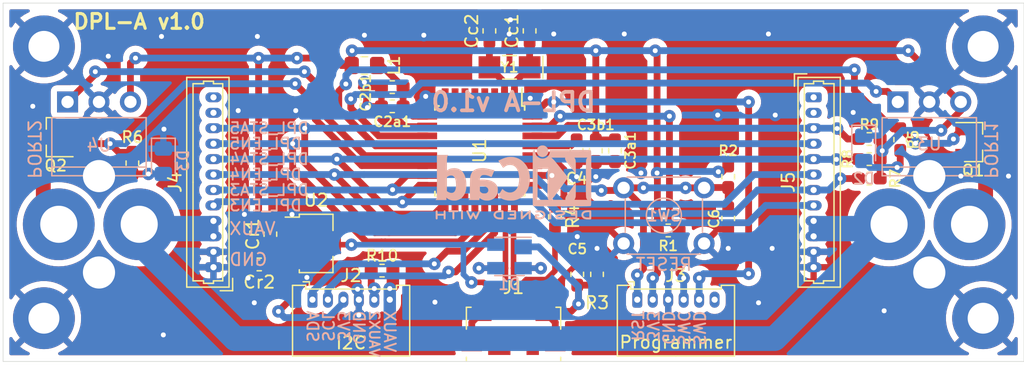
<source format=kicad_pcb>
(kicad_pcb (version 20200119) (host pcbnew "5.99.0-unknown-c7daca1~86~ubuntu18.04.1")
  (layers (0 "F.Cu" signal) (31 "B.Cu" signal) (34 "B.Paste" user) (35 "F.Paste" user) (36 "B.SilkS" user) (37 "F.SilkS" user) (38 "B.Mask" user) (39 "F.Mask" user) (44 "Edge.Cuts" user))
  (net 0 "")
  (net 1 "GND")
  (net 2 "/VDDCORE")
  (net 3 "/USB/SHIELD")
  (net 4 "/RESET")
  (net 5 "/VDDANA")
  (net 6 "/3V3")
  (net 7 "/XIN32")
  (net 8 "/XOUT32")
  (net 9 "/VUSB")
  (net 10 "/USB_N")
  (net 11 "/USB_P")
  (net 12 "Net-(D2-Pad2)")
  (net 13 "Net-(D3-Pad2)")
  (net 14 "/USB/ID")
  (net 15 "/SWDIO")
  (net 16 "/SWCLK")
  (net 17 "/SCL")
  (net 18 "/SDA")
  (net 19 "Net-(J4-Pad12)")
  (net 20 "Net-(J4-Pad11)")
  (net 21 "/DPL_STA5")
  (net 22 "/DPL_EN5")
  (net 23 "/DPL_STA4")
  (net 24 "/DPL_EN4")
  (net 25 "/DPL_STA3")
  (net 26 "/DPL_EN3")
  (net 27 "Net-(J5-Pad2)")
  (net 28 "Net-(J5-Pad1)")
  (net 29 "/DPL_EN1")
  (net 30 "/DPL_EN2")
  (net 31 "/USB_ID")
  (net 32 "Net-(U1-Pad25)")
  (net 33 "/DPL_STA2")
  (net 34 "/DPL_STA1")
  (net 35 "Net-(U1-Pad8)")
  (net 36 "Net-(U1-Pad7)")
  (net 37 "Net-(U1-Pad6)")
  (net 38 "Net-(U1-Pad5)")
  (net 39 "Net-(U1-Pad4)")
  (net 40 "Net-(U1-Pad3)")
  (net 41 "Net-(J3-Pad6)")
  (net 42 "/Deploy/PORT1")
  (net 43 "/Deploy/PORT2")
  (net 44 "/VAUX")
  (net 45 "/VAUX2")
  (module "Resistor_SMD:R_0603_1608Metric_Pad1.05x0.95mm_HandSolder" (layer "F.Cu") (at 130.625 136.65)
    (fp_text reference "R10" (at 0 -1.2) (layer "F.SilkS") (effects (font (size 0.9 0.9))))
    (fp_text value "0" hide)
    (pad "2" smd roundrect (at 0.875 0) (size 1.05 0.95) (layers "F.Cu" "F.Paste" "F.Mask") (net 44 "/VAUX"))
    (pad "1" smd roundrect (at -0.875 0) (size 1.05 0.95) (layers "F.Cu" "F.Paste" "F.Mask") (net 45 "/VAUX2"))
  )
  (module "Interstage:Type-A" (layer "F.Cu") (at 100 115)
    (fp_text reference "U5" hide)
    (fp_text value "DPL" hide)
    (fp_line (start 0 0) (end 82.5 0) (layer "Edge.Cuts") (width 0.05))
    (fp_line (start 82.5 0) (end 82.5 29) (layer "Edge.Cuts") (width 0.05))
    (fp_line (start 82.5 29) (end 0 29) (layer "Edge.Cuts") (width 0.05))
    (fp_line (start 0 29) (end 0 0) (layer "Edge.Cuts") (width 0.05))
    (pad "1" thru_hole circle (at 71.6 17.9) (size 5.8 5.8) (drill 3) (layers *.Cu *.Mask) (net 44 "/VAUX"))
    (pad "2" thru_hole circle (at 78.1 17.9) (size 5.8 5.8) (drill 3) (layers *.Cu *.Mask) (net 42 "/Deploy/PORT1"))
    (pad "1" thru_hole circle (at 11 17.9) (size 5.8 5.8) (drill 3) (layers *.Cu *.Mask) (net 44 "/VAUX"))
    (pad "3" thru_hole circle (at 4.5 17.9) (size 5.8 5.8) (drill 3) (layers *.Cu *.Mask) (net 43 "/Deploy/PORT2"))
    (pad "4" thru_hole circle (at 79.2 3.5) (size 5 5) (drill 2.5) (layers *.Cu *.Mask) (net 1 "GND"))
    (pad "4" thru_hole circle (at 79.2 25.5) (size 5 5) (drill 2.5) (layers *.Cu *.Mask) (net 1 "GND"))
    (pad "4" thru_hole circle (at 3.3 25.5) (size 5 5) (drill 2.5) (layers *.Cu *.Mask) (net 1 "GND"))
    (pad "4" thru_hole circle (at 3.3 3.5) (size 5 5) (drill 2.5) (layers *.Cu *.Mask) (net 1 "GND"))
  )
  (module "Diode_SMD:D_0805_2012Metric_Pad1.15x1.40mm_HandSolder" (layer "B.Cu") (at 169.55 126.75 -90)
    (fp_text reference "D2" (at 2.45 0) (layer "B.SilkS") (effects (font (size 0.9 0.9)) (justify mirror)))
    (fp_text value "LED" hide)
    (pad "2" smd roundrect (at 1.025 0 270) (size 1.15 1.4) (layers "B.Cu" "B.Paste" "B.Mask") (roundrect_rratio 0.217391) (net 12 "Net-(D2-Pad2)"))
    (pad "1" smd roundrect (at -1.025 0 270) (size 1.15 1.4) (layers "B.Cu" "B.Paste" "B.Mask") (roundrect_rratio 0.217391) (net 1 "GND"))
  )
  (module "Interrupt:AV4524" (layer "B.Cu") (at 174.85 123 -90)
    (fp_text reference "U3" (at 3.4 0 180) (layer "B.SilkS") (effects (justify mirror)))
    (fp_text value "AV4524" hide)
    (pad "3" thru_hole circle (at 0 -2.54 270) (size 1.7 1.7) (drill 1) (layers *.Cu *.Mask) (net 6 "/3V3"))
    (pad "2" thru_hole circle (at 0 0 270) (size 1.7 1.7) (drill 1) (layers *.Cu *.Mask) (net 1 "GND"))
    (pad "1" thru_hole rect (at 0 2.54 270) (size 1.7 1.7) (drill 1) (layers *.Cu *.Mask) (net 34 "/DPL_STA1"))
  )
  (module "Interrupt:AV4524" (layer "B.Cu") (at 107.75 123 -90)
    (fp_text reference "U4" (at 3.5 0 180) (layer "B.SilkS") (effects (justify mirror)))
    (fp_text value "AV4524" hide)
    (pad "3" thru_hole circle (at 0 -2.54 270) (size 1.7 1.7) (drill 1) (layers *.Cu *.Mask) (net 6 "/3V3"))
    (pad "2" thru_hole circle (at 0 0 270) (size 1.7 1.7) (drill 1) (layers *.Cu *.Mask) (net 1 "GND"))
    (pad "1" thru_hole rect (at 0 2.54 270) (size 1.7 1.7) (drill 1) (layers *.Cu *.Mask) (net 33 "/DPL_STA2"))
  )
  (module "Symbol:KiCad-Logo2_5mm_SilkScreen" (layer "B.Cu") (at 141.25 129.5 180)
    (fp_text reference "REF**" hide)
    (fp_text value "KiCad-Logo2_5mm_SilkScreen" hide)
  )
  (module "Capacitor_SMD:C_0603_1608Metric_Pad1.05x0.95mm_HandSolder" (layer "F.Cu") (at 131.45 123.35 180)
    (fp_text reference "C2a1" (at 0 -1.25) (layer "F.SilkS") (effects (font (size 0.8 0.8))))
    (fp_text value "10uF" hide)
    (pad "2" smd roundrect (at 0.875 0 180) (size 1.05 0.95) (layers "F.Cu" "F.Paste" "F.Mask") (net 1 "GND"))
    (pad "1" smd roundrect (at -0.875 0 180) (size 1.05 0.95) (layers "F.Cu" "F.Paste" "F.Mask") (net 5 "/VDDANA"))
  )
  (module "Connector_Molex:Molex_PicoBlade_53048-0610_1x06_P1.25mm_Horizontal" (layer "F.Cu") (at 151.25 139)
    (fp_text reference "J3" (at 3.12 -1.95) (layer "F.SilkS"))
    (fp_text value "Programmer" (at 3.12 3.45) (layer "F.SilkS"))
    (pad "6" thru_hole oval (at 6.25 0) (size 0.8 1.3) (drill 0.5) (layers *.Cu *.Mask) (net 41 "Net-(J3-Pad6)"))
    (pad "5" thru_hole oval (at 5 0) (size 0.8 1.3) (drill 0.5) (layers *.Cu *.Mask) (net 15 "/SWDIO"))
    (pad "4" thru_hole oval (at 3.75 0) (size 0.8 1.3) (drill 0.5) (layers *.Cu *.Mask) (net 16 "/SWCLK"))
    (pad "3" thru_hole oval (at 2.5 0) (size 0.8 1.3) (drill 0.5) (layers *.Cu *.Mask) (net 1 "GND"))
    (pad "2" thru_hole oval (at 1.25 0) (size 0.8 1.3) (drill 0.5) (layers *.Cu *.Mask) (net 6 "/3V3"))
    (pad "1" thru_hole roundrect (at 0 0) (size 0.8 1.3) (drill 0.5) (layers *.Cu *.Mask) (net 4 "/RESET"))
  )
  (module "Connector_Molex:Molex_PicoBlade_53048-0610_1x06_P1.25mm_Horizontal" (layer "F.Cu") (at 125 139)
    (fp_text reference "J2" (at 3.12 -1.95) (layer "F.SilkS"))
    (fp_text value "I2C" (at 3.12 3.5) (layer "F.SilkS"))
    (pad "6" thru_hole oval (at 6.25 0) (size 0.8 1.3) (drill 0.5) (layers *.Cu *.Mask) (net 44 "/VAUX"))
    (pad "5" thru_hole oval (at 5 0) (size 0.8 1.3) (drill 0.5) (layers *.Cu *.Mask) (net 45 "/VAUX2"))
    (pad "4" thru_hole oval (at 3.75 0) (size 0.8 1.3) (drill 0.5) (layers *.Cu *.Mask) (net 1 "GND"))
    (pad "3" thru_hole oval (at 2.5 0) (size 0.8 1.3) (drill 0.5) (layers *.Cu *.Mask) (net 6 "/3V3"))
    (pad "2" thru_hole oval (at 1.25 0) (size 0.8 1.3) (drill 0.5) (layers *.Cu *.Mask) (net 17 "/SCL"))
    (pad "1" thru_hole roundrect (at 0 0) (size 0.8 1.3) (drill 0.5) (layers *.Cu *.Mask) (net 18 "/SDA"))
  )
  (module "Connector_USB:USB_Micro-B_Molex_47346-0001" (layer "F.Cu") (at 141.25 141.325)
    (fp_text reference "J1" (at 0 -3.3 180) (layer "F.SilkS"))
    (fp_text value "USB_B_Micro" hide)
    (pad "6" smd rect (at 1.55 1.2) (size 1 1.9) (layers "F.Cu" "F.Paste" "F.Mask") (net 3 "/USB/SHIELD"))
    (pad "6" smd rect (at -1.15 1.2) (size 1.8 1.9) (layers "F.Cu" "F.Paste" "F.Mask") (net 3 "/USB/SHIELD"))
    (pad "6" smd rect (at 3.375 1.2) (size 1.65 1.3) (layers "F.Cu" "F.Paste" "F.Mask") (net 3 "/USB/SHIELD"))
    (pad "6" smd rect (at -3.375 1.2) (size 1.65 1.3) (layers "F.Cu" "F.Paste" "F.Mask") (net 3 "/USB/SHIELD"))
    (pad "6" smd rect (at 2.4875 -1.375) (size 1.425 1.55) (layers "F.Cu" "F.Paste" "F.Mask") (net 3 "/USB/SHIELD"))
    (pad "6" smd rect (at -2.4875 -1.375) (size 1.425 1.55) (layers "F.Cu" "F.Paste" "F.Mask") (net 3 "/USB/SHIELD"))
    (pad "5" smd rect (at 1.3 -1.46) (size 0.45 1.38) (layers "F.Cu" "F.Paste" "F.Mask") (net 1 "GND"))
    (pad "4" smd rect (at 0.65 -1.46) (size 0.45 1.38) (layers "F.Cu" "F.Paste" "F.Mask") (net 14 "/USB/ID"))
    (pad "3" smd rect (at 0 -1.46) (size 0.45 1.38) (layers "F.Cu" "F.Paste" "F.Mask") (net 11 "/USB_P"))
    (pad "2" smd rect (at -0.65 -1.46) (size 0.45 1.38) (layers "F.Cu" "F.Paste" "F.Mask") (net 10 "/USB_N"))
    (pad "1" smd rect (at -1.3 -1.46) (size 0.45 1.38) (layers "F.Cu" "F.Paste" "F.Mask") (net 9 "/VUSB"))
  )
  (module "Crystal:Crystal_SMD_EuroQuartz_EQ161-2Pin_3.2x1.5mm_HandSoldering" (layer "F.Cu") (at 140.925 120.2 180)
    (fp_text reference "Y1" (at 0 0) (layer "F.SilkS") (effects (font (size 0.8 0.8))))
    (fp_text value "32.768kHz" hide)
    (pad "2" smd rect (at 1.625 0 180) (size 1.75 1.8) (layers "F.Cu" "F.Paste" "F.Mask") (net 8 "/XOUT32"))
    (pad "1" smd rect (at -1.625 0 180) (size 1.75 1.8) (layers "F.Cu" "F.Paste" "F.Mask") (net 7 "/XIN32"))
  )
  (module "Package_TO_SOT_SMD:SOT-89-3" (layer "F.Cu") (at 125 134.45)
    (fp_text reference "U2" (at 0.3 -3.5) (layer "F.SilkS"))
    (fp_text value "AP7215-33YG-13" hide)
    (pad "2" smd custom (at -1.5625 0) (size 1.475 0.9) (layers "F.Cu" "F.Paste" "F.Mask") (net 9 "/VUSB") (options (clearance outline) (anchor rect)) (primitives (gr_poly (pts (xy 0.7375 -0.8665) (xy 3.8625 -0.8665) (xy 3.8625 0.8665) (xy 0.7375 0.8665)) (width 0))))
    (pad "3" smd rect (at -1.65 1.5) (size 1.3 0.9) (layers "F.Cu" "F.Paste" "F.Mask") (net 6 "/3V3"))
    (pad "1" smd rect (at -1.65 -1.5) (size 1.3 0.9) (layers "F.Cu" "F.Paste" "F.Mask") (net 1 "GND"))
  )
  (module "Package_QFP:TQFP-32_7x7mm_P0.8mm" (layer "F.Cu") (at 138.525 126.95 -90)
    (fp_text reference "U1" (at 0 0.01 90) (layer "F.SilkS"))
    (fp_text value "SAMD21E" hide)
    (pad "32" smd rect (at -2.8 -4.25) (size 1.6 0.55) (layers "F.Cu" "F.Paste" "F.Mask") (net 15 "/SWDIO"))
    (pad "31" smd rect (at -2 -4.25) (size 1.6 0.55) (layers "F.Cu" "F.Paste" "F.Mask") (net 16 "/SWCLK"))
    (pad "30" smd rect (at -1.2 -4.25) (size 1.6 0.55) (layers "F.Cu" "F.Paste" "F.Mask") (net 6 "/3V3"))
    (pad "29" smd rect (at -0.4 -4.25) (size 1.6 0.55) (layers "F.Cu" "F.Paste" "F.Mask") (net 2 "/VDDCORE"))
    (pad "28" smd rect (at 0.4 -4.25) (size 1.6 0.55) (layers "F.Cu" "F.Paste" "F.Mask") (net 1 "GND"))
    (pad "27" smd rect (at 1.2 -4.25) (size 1.6 0.55) (layers "F.Cu" "F.Paste" "F.Mask") (net 31 "/USB_ID"))
    (pad "26" smd rect (at 2 -4.25) (size 1.6 0.55) (layers "F.Cu" "F.Paste" "F.Mask") (net 4 "/RESET"))
    (pad "25" smd rect (at 2.8 -4.25) (size 1.6 0.55) (layers "F.Cu" "F.Paste" "F.Mask") (net 32 "Net-(U1-Pad25)"))
    (pad "24" smd rect (at 4.25 -2.8 270) (size 1.6 0.55) (layers "F.Cu" "F.Paste" "F.Mask") (net 11 "/USB_P"))
    (pad "23" smd rect (at 4.25 -2 270) (size 1.6 0.55) (layers "F.Cu" "F.Paste" "F.Mask") (net 10 "/USB_N"))
    (pad "22" smd rect (at 4.25 -1.2 270) (size 1.6 0.55) (layers "F.Cu" "F.Paste" "F.Mask") (net 17 "/SCL"))
    (pad "21" smd rect (at 4.25 -0.4 270) (size 1.6 0.55) (layers "F.Cu" "F.Paste" "F.Mask") (net 18 "/SDA"))
    (pad "20" smd rect (at 4.25 0.4 270) (size 1.6 0.55) (layers "F.Cu" "F.Paste" "F.Mask") (net 22 "/DPL_EN5"))
    (pad "19" smd rect (at 4.25 1.2 270) (size 1.6 0.55) (layers "F.Cu" "F.Paste" "F.Mask") (net 21 "/DPL_STA5"))
    (pad "18" smd rect (at 4.25 2 270) (size 1.6 0.55) (layers "F.Cu" "F.Paste" "F.Mask") (net 24 "/DPL_EN4"))
    (pad "17" smd rect (at 4.25 2.8 270) (size 1.6 0.55) (layers "F.Cu" "F.Paste" "F.Mask") (net 23 "/DPL_STA4"))
    (pad "16" smd rect (at 2.8 4.25) (size 1.6 0.55) (layers "F.Cu" "F.Paste" "F.Mask") (net 26 "/DPL_EN3"))
    (pad "15" smd rect (at 2 4.25) (size 1.6 0.55) (layers "F.Cu" "F.Paste" "F.Mask") (net 25 "/DPL_STA3"))
    (pad "14" smd rect (at 1.2 4.25) (size 1.6 0.55) (layers "F.Cu" "F.Paste" "F.Mask") (net 30 "/DPL_EN2"))
    (pad "13" smd rect (at 0.4 4.25) (size 1.6 0.55) (layers "F.Cu" "F.Paste" "F.Mask") (net 33 "/DPL_STA2"))
    (pad "12" smd rect (at -0.4 4.25) (size 1.6 0.55) (layers "F.Cu" "F.Paste" "F.Mask") (net 29 "/DPL_EN1"))
    (pad "11" smd rect (at -1.2 4.25) (size 1.6 0.55) (layers "F.Cu" "F.Paste" "F.Mask") (net 34 "/DPL_STA1"))
    (pad "10" smd rect (at -2 4.25) (size 1.6 0.55) (layers "F.Cu" "F.Paste" "F.Mask") (net 1 "GND"))
    (pad "9" smd rect (at -2.8 4.25) (size 1.6 0.55) (layers "F.Cu" "F.Paste" "F.Mask") (net 5 "/VDDANA"))
    (pad "8" smd rect (at -4.25 2.8 270) (size 1.6 0.55) (layers "F.Cu" "F.Paste" "F.Mask") (net 35 "Net-(U1-Pad8)"))
    (pad "7" smd rect (at -4.25 2 270) (size 1.6 0.55) (layers "F.Cu" "F.Paste" "F.Mask") (net 36 "Net-(U1-Pad7)"))
    (pad "6" smd rect (at -4.25 1.2 270) (size 1.6 0.55) (layers "F.Cu" "F.Paste" "F.Mask") (net 37 "Net-(U1-Pad6)"))
    (pad "5" smd rect (at -4.25 0.4 270) (size 1.6 0.55) (layers "F.Cu" "F.Paste" "F.Mask") (net 38 "Net-(U1-Pad5)"))
    (pad "4" smd rect (at -4.25 -0.4 270) (size 1.6 0.55) (layers "F.Cu" "F.Paste" "F.Mask") (net 39 "Net-(U1-Pad4)"))
    (pad "3" smd rect (at -4.25 -1.2 270) (size 1.6 0.55) (layers "F.Cu" "F.Paste" "F.Mask") (net 40 "Net-(U1-Pad3)"))
    (pad "2" smd rect (at -4.25 -2 270) (size 1.6 0.55) (layers "F.Cu" "F.Paste" "F.Mask") (net 8 "/XOUT32"))
    (pad "1" smd rect (at -4.25 -2.8 270) (size 1.6 0.55) (layers "F.Cu" "F.Paste" "F.Mask") (net 7 "/XIN32"))
  )
  (module "Button_Switch_THT:SW_TH_Tactile_Omron_B3F-10xx" (layer "B.Cu") (at 156.65 129.95 180)
    (fp_text reference "SW1" (at 3.25 -2.25) (layer "B.SilkS") (effects (font (size 0.9 0.9)) (justify mirror)))
    (fp_text value "Reset_push" hide)
    (pad "1" thru_hole circle (at 0 0 180) (size 1.7 1.7) (drill 1) (layers *.Cu *.Mask) (net 4 "/RESET"))
    (pad "2" thru_hole circle (at 6.5 0 180) (size 1.7 1.7) (drill 1) (layers *.Cu *.Mask) (net 4 "/RESET"))
    (pad "3" thru_hole circle (at 0 -4.5 180) (size 1.7 1.7) (drill 1) (layers *.Cu *.Mask) (net 1 "GND"))
    (pad "4" thru_hole circle (at 6.5 -4.5 180) (size 1.7 1.7) (drill 1) (layers *.Cu *.Mask) (net 1 "GND"))
  )
  (module "Resistor_SMD:R_0603_1608Metric_Pad1.05x0.95mm_HandSolder" (layer "F.Cu") (at 170 126)
    (fp_text reference "R9" (at 0 -1.175) (layer "F.SilkS") (effects (font (size 0.8 0.8))))
    (fp_text value "1k" hide)
    (pad "2" smd roundrect (at 0.875 0) (size 1.05 0.95) (layers "F.Cu" "F.Paste" "F.Mask") (net 6 "/3V3"))
    (pad "1" smd roundrect (at -0.875 0) (size 1.05 0.95) (layers "F.Cu" "F.Paste" "F.Mask") (net 21 "/DPL_STA5"))
  )
  (module "Resistor_SMD:R_0603_1608Metric_Pad1.05x0.95mm_HandSolder" (layer "F.Cu") (at 170 127.625)
    (fp_text reference "R8" (at -1.75 0 90) (layer "F.SilkS") (effects (font (size 0.8 0.8))))
    (fp_text value "1k" hide)
    (pad "2" smd roundrect (at 0.875 0) (size 1.05 0.95) (layers "F.Cu" "F.Paste" "F.Mask") (net 6 "/3V3"))
    (pad "1" smd roundrect (at -0.875 0) (size 1.05 0.95) (layers "F.Cu" "F.Paste" "F.Mask") (net 23 "/DPL_STA4"))
  )
  (module "Resistor_SMD:R_0603_1608Metric_Pad1.05x0.95mm_HandSolder" (layer "F.Cu") (at 170 129.2)
    (fp_text reference "R7" (at 2.1 0 90) (layer "F.SilkS") (effects (font (size 0.8 0.8))))
    (fp_text value "1k" hide)
    (pad "2" smd roundrect (at 0.875 0) (size 1.05 0.95) (layers "F.Cu" "F.Paste" "F.Mask") (net 6 "/3V3"))
    (pad "1" smd roundrect (at -0.875 0) (size 1.05 0.95) (layers "F.Cu" "F.Paste" "F.Mask") (net 25 "/DPL_STA3"))
  )
  (module "Resistor_SMD:R_0603_1608Metric_Pad1.05x0.95mm_HandSolder" (layer "F.Cu") (at 110.45 127.95 -90)
    (fp_text reference "R6" (at -2.1 0 180) (layer "F.SilkS") (effects (font (size 0.9 0.9))))
    (fp_text value "330" hide)
    (pad "2" smd roundrect (at 0.875 0 270) (size 1.05 0.95) (layers "F.Cu" "F.Paste" "F.Mask") (net 13 "Net-(D3-Pad2)"))
    (pad "1" smd roundrect (at -0.875 0 270) (size 1.05 0.95) (layers "F.Cu" "F.Paste" "F.Mask") (net 30 "/DPL_EN2"))
  )
  (module "Resistor_SMD:R_0603_1608Metric_Pad1.05x0.95mm_HandSolder" (layer "F.Cu") (at 172.5 126.05 -90)
    (fp_text reference "R5" (at 0 -1.05 90) (layer "F.SilkS") (effects (font (size 0.8 0.8))))
    (fp_text value "330" hide)
    (pad "2" smd roundrect (at 0.875 0 270) (size 1.05 0.95) (layers "F.Cu" "F.Paste" "F.Mask") (net 12 "Net-(D2-Pad2)"))
    (pad "1" smd roundrect (at -0.875 0 270) (size 1.05 0.95) (layers "F.Cu" "F.Paste" "F.Mask") (net 29 "/DPL_EN1"))
  )
  (module "Resistor_SMD:R_0603_1608Metric_Pad1.05x0.95mm_HandSolder" (layer "F.Cu") (at 144.6 132.3 -90)
    (fp_text reference "R4" (at 0 -1.43 90) (layer "F.SilkS"))
    (fp_text value "330" hide)
    (pad "2" smd roundrect (at 0.875 0 270) (size 1.05 0.95) (layers "F.Cu" "F.Paste" "F.Mask") (net 14 "/USB/ID"))
    (pad "1" smd roundrect (at -0.875 0 270) (size 1.05 0.95) (layers "F.Cu" "F.Paste" "F.Mask") (net 31 "/USB_ID"))
  )
  (module "Resistor_SMD:R_0603_1608Metric_Pad1.05x0.95mm_HandSolder" (layer "F.Cu") (at 148 136.95 90)
    (fp_text reference "R3" (at -2.3 0 180) (layer "F.SilkS"))
    (fp_text value "1M" hide)
    (pad "2" smd roundrect (at 0.875 0 90) (size 1.05 0.95) (layers "F.Cu" "F.Paste" "F.Mask") (net 1 "GND"))
    (pad "1" smd roundrect (at -0.875 0 90) (size 1.05 0.95) (layers "F.Cu" "F.Paste" "F.Mask") (net 3 "/USB/SHIELD"))
  )
  (module "Resistor_SMD:R_0603_1608Metric_Pad1.05x0.95mm_HandSolder" (layer "F.Cu") (at 158.6 129.05 -90)
    (fp_text reference "R2" (at -2.1 0 180) (layer "F.SilkS") (effects (font (size 0.8 0.8))))
    (fp_text value "10k" hide)
    (pad "2" smd roundrect (at 0.875 0 270) (size 1.05 0.95) (layers "F.Cu" "F.Paste" "F.Mask") (net 4 "/RESET"))
    (pad "1" smd roundrect (at -0.875 0 270) (size 1.05 0.95) (layers "F.Cu" "F.Paste" "F.Mask") (net 6 "/3V3"))
  )
  (module "Resistor_SMD:R_0603_1608Metric_Pad1.05x0.95mm_HandSolder" (layer "F.Cu") (at 153.75 133.4)
    (fp_text reference "R1" (at 0 1.25) (layer "F.SilkS") (effects (font (size 0.8 0.8))))
    (fp_text value "1k" hide)
    (pad "2" smd roundrect (at 0.875 0) (size 1.05 0.95) (layers "F.Cu" "F.Paste" "F.Mask") (net 16 "/SWCLK"))
    (pad "1" smd roundrect (at -0.875 0) (size 1.05 0.95) (layers "F.Cu" "F.Paste" "F.Mask") (net 6 "/3V3"))
  )
  (module "Package_TO_SOT_SMD:SOT-23" (layer "F.Cu") (at 104.25 125.85 180)
    (fp_text reference "Q2" (at 0 -2.3) (layer "F.SilkS") (effects (font (size 0.9 0.9))))
    (fp_text value "PMV16XNR" hide)
    (pad "3" smd rect (at 1 0 180) (size 0.9 0.8) (layers "F.Cu" "F.Paste" "F.Mask") (net 43 "/Deploy/PORT2"))
    (pad "2" smd rect (at -1 0.95 180) (size 0.9 0.8) (layers "F.Cu" "F.Paste" "F.Mask") (net 1 "GND"))
    (pad "1" smd rect (at -1 -0.95 180) (size 0.9 0.8) (layers "F.Cu" "F.Paste" "F.Mask") (net 30 "/DPL_EN2"))
  )
  (module "Package_TO_SOT_SMD:SOT-23" (layer "F.Cu") (at 178.4 126.25)
    (fp_text reference "Q1" (at 0 2.3) (layer "F.SilkS") (effects (font (size 0.9 0.9))))
    (fp_text value "PMV16XNR" hide)
    (pad "3" smd rect (at 1 0) (size 0.9 0.8) (layers "F.Cu" "F.Paste" "F.Mask") (net 42 "/Deploy/PORT1"))
    (pad "2" smd rect (at -1 0.95) (size 0.9 0.8) (layers "F.Cu" "F.Paste" "F.Mask") (net 1 "GND"))
    (pad "1" smd rect (at -1 -0.95) (size 0.9 0.8) (layers "F.Cu" "F.Paste" "F.Mask") (net 29 "/DPL_EN1"))
  )
  (module "Inductor_SMD:L_0805_2012Metric_Pad1.15x1.40mm_HandSolder" (layer "F.Cu") (at 129.2 120.05 180)
    (fp_text reference "L1" (at -2.4 0 90) (layer "F.SilkS") (effects (font (size 0.9 0.9))))
    (fp_text value "Ferrite_Bead" hide)
    (pad "2" smd roundrect (at 1.025 0 180) (size 1.15 1.4) (layers "F.Cu" "F.Paste" "F.Mask") (roundrect_rratio 0.217391) (net 6 "/3V3"))
    (pad "1" smd roundrect (at -1.025 0 180) (size 1.15 1.4) (layers "F.Cu" "F.Paste" "F.Mask") (roundrect_rratio 0.217391) (net 5 "/VDDANA"))
  )
  (module "Connector_Molex:Molex_PicoBlade_53047-1210_1x12_P1.25mm_Vertical" (layer "F.Cu") (at 165.5 122.625 -90)
    (fp_text reference "J5" (at 6.875 2.05 90) (layer "F.SilkS"))
    (fp_text value "D-BUS2" hide)
    (pad "12" thru_hole oval (at 13.75 0 270) (size 0.8 1.3) (drill 0.5) (layers *.Cu *.Mask) (net 1 "GND"))
    (pad "11" thru_hole oval (at 12.5 0 270) (size 0.8 1.3) (drill 0.5) (layers *.Cu *.Mask) (net 1 "GND"))
    (pad "10" thru_hole oval (at 11.25 0 270) (size 0.8 1.3) (drill 0.5) (layers *.Cu *.Mask) (net 44 "/VAUX"))
    (pad "9" thru_hole oval (at 10 0 270) (size 0.8 1.3) (drill 0.5) (layers *.Cu *.Mask) (net 44 "/VAUX"))
    (pad "8" thru_hole oval (at 8.75 0 270) (size 0.8 1.3) (drill 0.5) (layers *.Cu *.Mask) (net 26 "/DPL_EN3"))
    (pad "7" thru_hole oval (at 7.5 0 270) (size 0.8 1.3) (drill 0.5) (layers *.Cu *.Mask) (net 25 "/DPL_STA3"))
    (pad "6" thru_hole oval (at 6.25 0 270) (size 0.8 1.3) (drill 0.5) (layers *.Cu *.Mask) (net 24 "/DPL_EN4"))
    (pad "5" thru_hole oval (at 5 0 270) (size 0.8 1.3) (drill 0.5) (layers *.Cu *.Mask) (net 23 "/DPL_STA4"))
    (pad "4" thru_hole oval (at 3.75 0 270) (size 0.8 1.3) (drill 0.5) (layers *.Cu *.Mask) (net 22 "/DPL_EN5"))
    (pad "3" thru_hole oval (at 2.5 0 270) (size 0.8 1.3) (drill 0.5) (layers *.Cu *.Mask) (net 21 "/DPL_STA5"))
    (pad "2" thru_hole oval (at 1.25 0 270) (size 0.8 1.3) (drill 0.5) (layers *.Cu *.Mask) (net 27 "Net-(J5-Pad2)"))
    (pad "1" thru_hole roundrect (at 0 0 270) (size 0.8 1.3) (drill 0.5) (layers *.Cu *.Mask) (net 28 "Net-(J5-Pad1)"))
  )
  (module "Connector_Molex:Molex_PicoBlade_53047-1210_1x12_P1.25mm_Vertical" (layer "F.Cu") (at 117 136.375 90)
    (fp_text reference "J4" (at 6.88 -3.1 90) (layer "F.SilkS"))
    (fp_text value "D-BUS1" hide)
    (pad "12" thru_hole oval (at 13.75 0 90) (size 0.8 1.3) (drill 0.5) (layers *.Cu *.Mask) (net 19 "Net-(J4-Pad12)"))
    (pad "11" thru_hole oval (at 12.5 0 90) (size 0.8 1.3) (drill 0.5) (layers *.Cu *.Mask) (net 20 "Net-(J4-Pad11)"))
    (pad "10" thru_hole oval (at 11.25 0 90) (size 0.8 1.3) (drill 0.5) (layers *.Cu *.Mask) (net 21 "/DPL_STA5"))
    (pad "9" thru_hole oval (at 10 0 90) (size 0.8 1.3) (drill 0.5) (layers *.Cu *.Mask) (net 22 "/DPL_EN5"))
    (pad "8" thru_hole oval (at 8.75 0 90) (size 0.8 1.3) (drill 0.5) (layers *.Cu *.Mask) (net 23 "/DPL_STA4"))
    (pad "7" thru_hole oval (at 7.5 0 90) (size 0.8 1.3) (drill 0.5) (layers *.Cu *.Mask) (net 24 "/DPL_EN4"))
    (pad "6" thru_hole oval (at 6.25 0 90) (size 0.8 1.3) (drill 0.5) (layers *.Cu *.Mask) (net 25 "/DPL_STA3"))
    (pad "5" thru_hole oval (at 5 0 90) (size 0.8 1.3) (drill 0.5) (layers *.Cu *.Mask) (net 26 "/DPL_EN3"))
    (pad "4" thru_hole oval (at 3.75 0 90) (size 0.8 1.3) (drill 0.5) (layers *.Cu *.Mask) (net 44 "/VAUX"))
    (pad "3" thru_hole oval (at 2.5 0 90) (size 0.8 1.3) (drill 0.5) (layers *.Cu *.Mask) (net 44 "/VAUX"))
    (pad "2" thru_hole oval (at 1.25 0 90) (size 0.8 1.3) (drill 0.5) (layers *.Cu *.Mask) (net 1 "GND"))
    (pad "1" thru_hole roundrect (at 0 0 90) (size 0.8 1.3) (drill 0.5) (layers *.Cu *.Mask) (net 1 "GND"))
  )
  (module "Diode_SMD:D_0805_2012Metric_Pad1.15x1.40mm_HandSolder" (layer "B.Cu") (at 112.95 127.8 -90)
    (fp_text reference "D3" (at -0.05 -1.6 -90) (layer "B.SilkS") (effects (font (size 0.9 0.9)) (justify mirror)))
    (fp_text value "LED" hide)
    (pad "2" smd roundrect (at 1.025 0 270) (size 1.15 1.4) (layers "B.Cu" "B.Paste" "B.Mask") (roundrect_rratio 0.217391) (net 13 "Net-(D3-Pad2)"))
    (pad "1" smd roundrect (at -1.025 0 270) (size 1.15 1.4) (layers "B.Cu" "B.Paste" "B.Mask") (roundrect_rratio 0.217391) (net 1 "GND"))
  )
  (module "Package_TO_SOT_SMD:SOT-143" (layer "B.Cu") (at 140.925 135.5 180)
    (fp_text reference "D1" (at 0.025 -2.25) (layer "B.SilkS") (effects (font (size 0.9 0.9)) (justify mirror)))
    (fp_text value "PRTR5V0U2X" hide)
    (pad "4" smd rect (at 1.1 0.95 270) (size 1 1.4) (layers "B.Cu" "B.Paste" "B.Mask") (net 9 "/VUSB"))
    (pad "3" smd rect (at 1.1 -0.95 270) (size 1 1.4) (layers "B.Cu" "B.Paste" "B.Mask") (net 10 "/USB_N"))
    (pad "2" smd rect (at -1.1 -0.95 270) (size 1 1.4) (layers "B.Cu" "B.Paste" "B.Mask") (net 11 "/USB_P"))
    (pad "1" smd rect (at -1.1 0.77 270) (size 1.2 1.4) (layers "B.Cu" "B.Paste" "B.Mask") (net 3 "/USB/SHIELD"))
  )
  (module "Capacitor_SMD:C_0603_1608Metric_Pad1.05x0.95mm_HandSolder" (layer "F.Cu") (at 120.7 136.15 180)
    (fp_text reference "Cr2" (at 0 -1.43) (layer "F.SilkS"))
    (fp_text value "1uF" hide)
    (pad "2" smd roundrect (at 0.875 0 180) (size 1.05 0.95) (layers "F.Cu" "F.Paste" "F.Mask") (net 1 "GND"))
    (pad "1" smd roundrect (at -0.875 0 180) (size 1.05 0.95) (layers "F.Cu" "F.Paste" "F.Mask") (net 6 "/3V3"))
  )
  (module "Capacitor_SMD:C_0603_1608Metric_Pad1.05x0.95mm_HandSolder" (layer "F.Cu") (at 121.6 133.7 90)
    (fp_text reference "Cr1" (at 0 -1.43 90) (layer "F.SilkS"))
    (fp_text value "1uF" hide)
    (pad "2" smd roundrect (at 0.875 0 90) (size 1.05 0.95) (layers "F.Cu" "F.Paste" "F.Mask") (net 1 "GND"))
    (pad "1" smd roundrect (at -0.875 0 90) (size 1.05 0.95) (layers "F.Cu" "F.Paste" "F.Mask") (net 9 "/VUSB"))
  )
  (module "Capacitor_SMD:C_0603_1608Metric_Pad1.05x0.95mm_HandSolder" (layer "F.Cu") (at 139.3 117.25 90)
    (fp_text reference "Cc2" (at 0 -1.43 90) (layer "F.SilkS"))
    (fp_text value "9pF" hide)
    (pad "2" smd roundrect (at 0.875 0 90) (size 1.05 0.95) (layers "F.Cu" "F.Paste" "F.Mask") (net 1 "GND"))
    (pad "1" smd roundrect (at -0.875 0 90) (size 1.05 0.95) (layers "F.Cu" "F.Paste" "F.Mask") (net 8 "/XOUT32"))
  )
  (module "Capacitor_SMD:C_0603_1608Metric_Pad1.05x0.95mm_HandSolder" (layer "F.Cu") (at 142.55 117.25 90)
    (fp_text reference "Cc1" (at 0 -1.43 90) (layer "F.SilkS"))
    (fp_text value "9pF" hide)
    (pad "2" smd roundrect (at 0.875 0 90) (size 1.05 0.95) (layers "F.Cu" "F.Paste" "F.Mask") (net 1 "GND"))
    (pad "1" smd roundrect (at -0.875 0 90) (size 1.05 0.95) (layers "F.Cu" "F.Paste" "F.Mask") (net 7 "/XIN32"))
  )
  (module "Capacitor_SMD:C_0603_1608Metric_Pad1.05x0.95mm_HandSolder" (layer "F.Cu") (at 147.9 126.95 -90)
    (fp_text reference "C3b1" (at -2.1 0) (layer "F.SilkS") (effects (font (size 0.8 0.8))))
    (fp_text value "100nF" hide)
    (pad "2" smd roundrect (at 0.875 0 270) (size 1.05 0.95) (layers "F.Cu" "F.Paste" "F.Mask") (net 1 "GND"))
    (pad "1" smd roundrect (at -0.875 0 270) (size 1.05 0.95) (layers "F.Cu" "F.Paste" "F.Mask") (net 6 "/3V3"))
  )
  (module "Capacitor_SMD:C_0603_1608Metric_Pad1.05x0.95mm_HandSolder" (layer "F.Cu") (at 149.45 126.95 -90)
    (fp_text reference "C3a1" (at 0 -1.25 90) (layer "F.SilkS") (effects (font (size 0.8 0.8))))
    (fp_text value "10uF" hide)
    (pad "2" smd roundrect (at 0.875 0 270) (size 1.05 0.95) (layers "F.Cu" "F.Paste" "F.Mask") (net 1 "GND"))
    (pad "1" smd roundrect (at -0.875 0 270) (size 1.05 0.95) (layers "F.Cu" "F.Paste" "F.Mask") (net 6 "/3V3"))
  )
  (module "Capacitor_SMD:C_0603_1608Metric_Pad1.05x0.95mm_HandSolder" (layer "F.Cu") (at 131.45 121.8 180)
    (fp_text reference "C2b1" (at 2.15 -0.45 270) (layer "F.SilkS") (effects (font (size 0.8 0.8))))
    (fp_text value "100nF" hide)
    (pad "2" smd roundrect (at 0.875 0 180) (size 1.05 0.95) (layers "F.Cu" "F.Paste" "F.Mask") (net 1 "GND"))
    (pad "1" smd roundrect (at -0.875 0 180) (size 1.05 0.95) (layers "F.Cu" "F.Paste" "F.Mask") (net 5 "/VDDANA"))
  )
  (module "Capacitor_SMD:C_0603_1608Metric_Pad1.05x0.95mm_HandSolder" (layer "F.Cu") (at 158.6 132.425 -90)
    (fp_text reference "C6" (at 0.025 1.15 90) (layer "F.SilkS") (effects (font (size 0.8 0.8))))
    (fp_text value "100nF" hide)
    (pad "2" smd roundrect (at 0.875 0 270) (size 1.05 0.95) (layers "F.Cu" "F.Paste" "F.Mask") (net 1 "GND"))
    (pad "1" smd roundrect (at -0.875 0 270) (size 1.05 0.95) (layers "F.Cu" "F.Paste" "F.Mask") (net 4 "/RESET"))
  )
  (module "Capacitor_SMD:C_0603_1608Metric_Pad1.05x0.95mm_HandSolder" (layer "F.Cu") (at 146.4 136.95 90)
    (fp_text reference "C5" (at 2.05 0 180) (layer "F.SilkS") (effects (font (size 0.8 0.8))))
    (fp_text value "4.7nF" hide)
    (pad "2" smd roundrect (at 0.875 0 90) (size 1.05 0.95) (layers "F.Cu" "F.Paste" "F.Mask") (net 1 "GND"))
    (pad "1" smd roundrect (at -0.875 0 90) (size 1.05 0.95) (layers "F.Cu" "F.Paste" "F.Mask") (net 3 "/USB/SHIELD"))
  )
  (module "Capacitor_SMD:C_0603_1608Metric_Pad1.05x0.95mm_HandSolder" (layer "F.Cu") (at 146.35 126.95 -90)
    (fp_text reference "C4" (at 2.25 0 180) (layer "F.SilkS") (effects (font (size 0.9 0.9))))
    (fp_text value "1uF" hide)
    (pad "2" smd roundrect (at 0.875 0 270) (size 1.05 0.95) (layers "F.Cu" "F.Paste" "F.Mask") (net 1 "GND"))
    (pad "1" smd roundrect (at -0.875 0 270) (size 1.05 0.95) (layers "F.Cu" "F.Paste" "F.Mask") (net 2 "/VDDCORE"))
  )
  (gr_text "DPL-A v1.0" (at 111 116.5) (layer "F.SilkS") (effects (font (size 1.2 1.2) (thickness 0.25))))
  (gr_text "VAUX2" (at 130 139.8 270) (layer "B.SilkS") (effects (font (size 0.8 0.8)) (justify right mirror)))
  (gr_text "RESET" (at 153.4 136.15) (layer "B.SilkS") (effects (font (size 1 1)) (justify mirror)))
  (gr_text "PORT2" (at 102.5 124.35 270) (layer "B.SilkS") (effects (font (size 1 1)) (justify right mirror)))
  (gr_text "PORT1" (at 179.8 124.35 270) (layer "B.SilkS") (effects (font (size 1 1)) (justify right mirror)))
  (gr_text "GND" (at 118.2 135.75) (layer "B.SilkS") (effects (font (size 1 1)) (justify right mirror)))
  (gr_text "VAUX" (at 118.2 133.25) (layer "B.SilkS") (effects (font (size 1 1)) (justify right mirror)))
  (gr_text "DPL_EN3" (at 118.2 131.375) (layer "B.SilkS") (effects (font (size 0.9 0.9)) (justify right mirror)))
  (gr_text "DPL_STA3" (at 118.2 130.125) (layer "B.SilkS") (effects (font (size 0.9 0.9)) (justify right mirror)))
  (gr_text "DPL_EN4" (at 118.2 128.875) (layer "B.SilkS") (effects (font (size 0.9 0.9)) (justify right mirror)))
  (gr_text "DPL_STA4" (at 118.2 127.625) (layer "B.SilkS") (effects (font (size 0.9 0.9)) (justify right mirror)))
  (gr_text "DPL_EN5" (at 118.2 126.375) (layer "B.SilkS") (effects (font (size 0.9 0.9)) (justify right mirror)))
  (gr_text "DPL_STA5" (at 118.2 125.125) (layer "B.SilkS") (effects (font (size 0.9 0.9)) (justify right mirror)))
  (gr_text "SWD" (at 156.25 139.8 270) (layer "B.SilkS") (effects (font (size 0.9 0.9)) (justify right mirror)))
  (gr_text "SWC" (at 155 139.8 270) (layer "B.SilkS") (effects (font (size 0.9 0.9)) (justify right mirror)))
  (gr_text "GND" (at 153.75 139.8 270) (layer "B.SilkS") (effects (font (size 0.9 0.9)) (justify right mirror)))
  (gr_text "3V3" (at 152.5 139.8 270) (layer "B.SilkS") (effects (font (size 0.9 0.9)) (justify right mirror)))
  (gr_text "RST" (at 151.25 139.8 270) (layer "B.SilkS") (effects (font (size 0.9 0.9)) (justify right mirror)))
  (gr_text "SCL" (at 126.25 139.8 270) (layer "B.SilkS") (effects (font (size 0.9 0.9)) (justify right mirror)))
  (gr_text "SDA" (at 125 139.8 270) (layer "B.SilkS") (effects (font (size 0.9 0.9)) (justify right mirror)))
  (gr_text "3V3" (at 127.5 139.8 270) (layer "B.SilkS") (effects (font (size 0.9 0.9)) (justify right mirror)))
  (gr_text "GND" (at 128.75 139.8 270) (layer "B.SilkS") (effects (font (size 0.9 0.9)) (justify right mirror)))
  (gr_text "VAUX" (at 131.25 139.8 270) (layer "B.SilkS") (effects (font (size 0.9 0.9)) (justify right mirror)))
  (gr_text "DPL-A v1.0" (at 141.25 123) (layer "B.SilkS") (effects (font (size 1.5 1.5) (thickness 0.3)) (justify mirror)))
  (segment (start 128.75 139) (end 128.75 138.25) (width 0.45) (layer "B.Cu") (net 1))
  (via (at 128.65 138.15) (size 1) (drill 0.4) (layers "F.Cu" "B.Cu") (net 1))
  (segment (start 128.75 138.25) (end 128.65 138.15) (width 0.45) (layer "B.Cu") (net 1))
  (segment (start 128.75 139) (end 128.75 140.25) (width 0.45) (layer "B.Cu") (net 1))
  (segment (start 123.75 119.45) (end 126.75 119.45) (width 0.55) (layer "F.Cu") (net 6))
  (segment (start 110.7 119.45) (end 123.75 119.45) (width 0.55) (layer "B.Cu") (net 6))
  (via (at 123.75 119.45) (size 1) (drill 0.4) (layers "F.Cu" "B.Cu") (net 6))
  (segment (start 126.75 119.45) (end 127.35 120.05) (width 0.55) (layer "F.Cu") (net 6))
  (segment (start 127.35 120.05) (end 128.175 120.05) (width 0.55) (layer "F.Cu") (net 6))
  (segment (start 107.45 120.55) (end 124.35 120.55) (width 0.55) (layer "B.Cu") (net 33))
  (via (at 124.35 120.55) (size 1) (drill 0.4) (layers "F.Cu" "B.Cu") (net 33))
  (segment (start 126.2 122.4) (end 126.2 124.306998) (width 0.55) (layer "F.Cu") (net 33))
  (segment (start 124.35 120.55) (end 126.2 122.4) (width 0.55) (layer "F.Cu") (net 33))
  (segment (start 114.731998 121.525) (end 123.6 121.525) (width 0.55) (layer "B.Cu") (net 30))
  (via (at 123.6 121.525) (size 1) (drill 0.4) (layers "F.Cu" "B.Cu") (net 30))
  (segment (start 123.6 121.525) (end 125.225 123.15) (width 0.55) (layer "F.Cu") (net 30))
  (segment (start 125.225 123.15) (end 125.225 124.392672) (width 0.55) (layer "F.Cu") (net 30))
  (segment (start 143.7375 139.95) (end 145.9 139.95) (width 0.55) (layer "F.Cu") (net 3))
  (segment (start 145.9 139.95) (end 146.5 139.35) (width 0.55) (layer "F.Cu") (net 3))
  (via (at 128.75 140.25) (size 1) (drill 0.4) (layers "F.Cu" "B.Cu") (net 1))
  (segment (start 129.75 136.65) (end 129.75 137.85) (width 0.55) (layer "F.Cu") (net 45))
  (segment (start 129.75 137.85) (end 130 138.1) (width 0.55) (layer "F.Cu") (net 45))
  (via (at 130 138.1) (size 1) (drill 0.4) (layers "F.Cu" "B.Cu") (net 45))
  (segment (start 130 139) (end 130 138.1) (width 0.55) (layer "B.Cu") (net 45))
  (segment (start 131.5 136.65) (end 131.5 137.85) (width 1) (layer "F.Cu") (net 44))
  (segment (start 131.5 137.85) (end 131.25 138.1) (width 1) (layer "F.Cu") (net 44))
  (segment (start 131.25 139) (end 131.25 138.1) (width 1) (layer "B.Cu") (net 44))
  (via (at 131.25 138.1) (size 1) (drill 0.4) (layers "F.Cu" "B.Cu") (net 44))
  (segment (start 126.25 139) (end 126.25 138.160674) (width 0.55) (layer "B.Cu") (net 17))
  (segment (start 126.25 138.160674) (end 127.335673 137.075001) (width 0.55) (layer "B.Cu") (net 17))
  (segment (start 135.674999 137.075001) (end 136 136.75) (width 0.55) (layer "B.Cu") (net 17))
  (segment (start 127.335673 137.075001) (end 135.674999 137.075001) (width 0.55) (layer "B.Cu") (net 17))
  (via (at 161.05 139.25) (size 1) (drill 0.4) (layers "F.Cu" "B.Cu") (net 1))
  (segment (start 123.65 123.7) (end 119 123.7) (width 0.45) (layer "B.Cu") (net 1))
  (segment (start 120.64999 124.657008) (end 120.64999 119.45) (width 0.55) (layer "F.Cu") (net 6))
  (via (at 119 123.7) (size 1) (drill 0.4) (layers "F.Cu" "B.Cu") (net 1))
  (segment (start 120.675001 119.475011) (end 120.64999 119.45) (width 0.55) (layer "F.Cu") (net 6))
  (via (at 120.64999 119.45) (size 1) (drill 0.4) (layers "F.Cu" "B.Cu") (net 6))
  (segment (start 117 133.35) (end 111.45 133.35) (width 0.8) (layer "B.Cu") (net 44))
  (segment (start 111.45 133.35) (end 111 132.9) (width 0.8) (layer "B.Cu") (net 44))
  (segment (start 117 133.875) (end 111.975 133.875) (width 0.8) (layer "B.Cu") (net 44))
  (segment (start 111.975 133.875) (end 111 132.9) (width 0.8) (layer "B.Cu") (net 44))
  (segment (start 117 132.625) (end 111.275 132.625) (width 0.8) (layer "B.Cu") (net 44))
  (segment (start 111.275 132.625) (end 111 132.9) (width 0.8) (layer "B.Cu") (net 44))
  (segment (start 111 132.9) (end 111 134.4) (width 2) (layer "B.Cu") (net 44))
  (segment (start 111 134.4) (end 118.75 142.15) (width 2) (layer "B.Cu") (net 44))
  (segment (start 118.75 142.15) (end 130.3 142.15) (width 2) (layer "B.Cu") (net 44))
  (segment (start 165.5 133.2) (end 171.3 133.2) (width 0.8) (layer "B.Cu") (net 44))
  (segment (start 171.3 133.2) (end 171.6 132.9) (width 0.8) (layer "B.Cu") (net 44))
  (segment (start 165.5 133.875) (end 170.625 133.875) (width 0.8) (layer "B.Cu") (net 44))
  (segment (start 170.625 133.875) (end 171.6 132.9) (width 0.8) (layer "B.Cu") (net 44))
  (segment (start 165.5 132.625) (end 171.325 132.625) (width 0.8) (layer "B.Cu") (net 44))
  (segment (start 171.325 132.625) (end 171.6 132.9) (width 0.8) (layer "B.Cu") (net 44))
  (segment (start 171.6 132.9) (end 162.35 142.15) (width 2) (layer "B.Cu") (net 44))
  (segment (start 162.35 142.15) (end 162.05 142.15) (width 0.8) (layer "B.Cu") (net 44))
  (segment (start 179.4 126.25) (end 179.4 131.6) (width 1.2) (layer "F.Cu") (net 42))
  (segment (start 179.4 131.6) (end 178.1 132.9) (width 1.2) (layer "F.Cu") (net 42))
  (segment (start 103.25 125.85) (end 103.25 131.65) (width 1.2) (layer "F.Cu") (net 43))
  (segment (start 103.25 131.65) (end 104.5 132.9) (width 1.2) (layer "F.Cu") (net 43))
  (segment (start 177.4 129) (end 181.25 129) (width 0.45) (layer "B.Cu") (net 1))
  (segment (start 177.4 127.2) (end 177.4 129) (width 0.45) (layer "F.Cu") (net 1))
  (segment (start 112.95 128.825) (end 111.75 128.825) (width 0.55) (layer "B.Cu") (net 13))
  (segment (start 110.45 128.825) (end 111.725 128.825) (width 0.55) (layer "F.Cu") (net 13))
  (via (at 111.75 128.825) (size 1) (drill 0.4) (layers "F.Cu" "B.Cu") (net 13))
  (segment (start 110.45 127.075) (end 109.35 127.075) (width 0.55) (layer "F.Cu") (net 30))
  (segment (start 109.35 127.075) (end 108.649999 126.374999) (width 0.55) (layer "F.Cu") (net 30))
  (segment (start 119.825 136.15) (end 119.825 132.425) (width 0.45) (layer "F.Cu") (net 1))
  (via (at 119.5 132.1) (size 1) (drill 0.4) (layers "F.Cu" "B.Cu") (net 1))
  (segment (start 119.825 132.425) (end 119.5 132.1) (width 0.45) (layer "F.Cu") (net 1))
  (segment (start 121.575 136.15) (end 120.64999 135.22499) (width 0.55) (layer "F.Cu") (net 6))
  (segment (start 120.64999 135.22499) (end 120.64999 124.657008) (width 0.55) (layer "F.Cu") (net 6))
  (via (at 123.35 132.1) (size 1) (drill 0.4) (layers "F.Cu" "B.Cu") (net 1))
  (segment (start 119.825 136.15) (end 119.825 137.225) (width 0.45) (layer "F.Cu") (net 1))
  (via (at 119.8 137.25) (size 1) (drill 0.4) (layers "F.Cu" "B.Cu") (net 1))
  (segment (start 119.825 137.225) (end 119.8 137.25) (width 0.45) (layer "F.Cu") (net 1))
  (segment (start 152.875 133.4) (end 152.624999 133.149999) (width 0.55) (layer "F.Cu") (net 6))
  (segment (start 128.45 122.4) (end 128.1 122.75) (width 0.55) (layer "B.Cu") (net 34))
  (via (at 144.5 123) (size 1) (drill 0.4) (layers "F.Cu" "B.Cu") (net 15))
  (segment (start 144.5 123) (end 143.925 123) (width 0.55) (layer "F.Cu") (net 15))
  (segment (start 143.925 123) (end 142.775 124.15) (width 0.55) (layer "F.Cu") (net 15))
  (segment (start 144.215478 124.95) (end 145.015478 124.15) (width 0.55) (layer "F.Cu") (net 16))
  (segment (start 142.775 124.95) (end 144.215478 124.95) (width 0.55) (layer "F.Cu") (net 16))
  (via (at 145.015478 124.15) (size 1) (drill 0.4) (layers "F.Cu" "B.Cu") (net 16))
  (segment (start 159.564326 125.125) (end 165.5 125.125) (width 0.55) (layer "B.Cu") (net 21))
  (segment (start 123.4 126.375) (end 150.675 126.375) (width 0.55) (layer "B.Cu") (net 22))
  (segment (start 159.375 126.375) (end 165.5 126.375) (width 0.55) (layer "B.Cu") (net 22))
  (segment (start 117 126.375) (end 123.4 126.375) (width 0.55) (layer "B.Cu") (net 22))
  (segment (start 126.975 127.625) (end 149.081998 127.625) (width 0.55) (layer "B.Cu") (net 23))
  (segment (start 147.9 126.075) (end 147.9 124.9) (width 0.55) (layer "F.Cu") (net 6))
  (segment (start 142.775 125.75) (end 144.8 125.75) (width 0.55) (layer "F.Cu") (net 6))
  (segment (start 144.8 125.75) (end 145.65 124.9) (width 0.55) (layer "F.Cu") (net 6))
  (segment (start 145.65 124.9) (end 147.9 124.9) (width 0.55) (layer "F.Cu") (net 6))
  (segment (start 128.175 120.05) (end 128.175 119.725) (width 0.55) (layer "F.Cu") (net 6))
  (via (at 170.55 122.15) (size 1) (drill 0.4) (layers "F.Cu" "B.Cu") (net 34))
  (segment (start 130.575 123.35) (end 129.542928 123.35) (width 0.45) (layer "F.Cu") (net 1))
  (segment (start 129.542928 123.35) (end 129.442929 123.449999) (width 0.45) (layer "F.Cu") (net 1))
  (via (at 129.442929 123.449999) (size 1) (drill 0.4) (layers "F.Cu" "B.Cu") (net 1))
  (segment (start 130.575 121.8) (end 129.6 121.8) (width 0.45) (layer "F.Cu") (net 1))
  (via (at 129.2 121.4) (size 1) (drill 0.4) (layers "F.Cu" "B.Cu") (net 1))
  (segment (start 129.6 121.8) (end 129.2 121.4) (width 0.45) (layer "F.Cu") (net 1))
  (segment (start 130.225 120.05) (end 130.575 120.05) (width 0.55) (layer "F.Cu") (net 5))
  (segment (start 130.575 120.05) (end 132.325 121.8) (width 0.55) (layer "F.Cu") (net 5))
  (via (at 108.5 119.3) (size 1) (drill 0.4) (layers "F.Cu" "B.Cu") (net 1))
  (segment (start 110.29 119.86) (end 110.7 119.45) (width 0.55) (layer "F.Cu") (net 6))
  (via (at 110.7 119.45) (size 1) (drill 0.4) (layers "F.Cu" "B.Cu") (net 6))
  (segment (start 129.36803 134.325028) (end 123.4 128.356998) (width 0.55) (layer "F.Cu") (net 22))
  (segment (start 130.575028 134.325028) (end 129.36803 134.325028) (width 0.55) (layer "F.Cu") (net 22))
  (segment (start 123.4 128.356998) (end 123.4 126.375) (width 0.55) (layer "F.Cu") (net 22))
  (via (at 123.4 126.375) (size 1) (drill 0.4) (layers "F.Cu" "B.Cu") (net 22))
  (segment (start 131.185668 133.575019) (end 130.032017 133.575019) (width 0.55) (layer "F.Cu") (net 21))
  (segment (start 123.775 125.125) (end 124.375 125.125) (width 0.55) (layer "B.Cu") (net 21))
  (segment (start 130.032017 133.575019) (end 124.375 127.918002) (width 0.55) (layer "F.Cu") (net 21))
  (via (at 124.375 125.125) (size 1) (drill 0.4) (layers "F.Cu" "B.Cu") (net 21))
  (segment (start 124.375 127.918002) (end 124.375 125.125) (width 0.55) (layer "F.Cu") (net 21))
  (segment (start 126.775 128.875) (end 129.175 128.875) (width 0.55) (layer "B.Cu") (net 24))
  (via (at 126.775 128.875) (size 1) (drill 0.4) (layers "F.Cu" "B.Cu") (net 24))
  (segment (start 117 128.875) (end 126.775 128.875) (width 0.55) (layer "B.Cu") (net 24))
  (segment (start 131.496333 132.82501) (end 130.732008 132.82501) (width 0.55) (layer "F.Cu") (net 24))
  (segment (start 130.732008 132.82501) (end 126.781998 128.875) (width 0.55) (layer "F.Cu") (net 24))
  (segment (start 126.781998 128.875) (end 126.775 128.875) (width 0.55) (layer "F.Cu") (net 24))
  (segment (start 117 127.625) (end 126.975 127.625) (width 0.55) (layer "B.Cu") (net 23))
  (segment (start 131.425001 132.075001) (end 126.975 127.625) (width 0.55) (layer "F.Cu") (net 23))
  (segment (start 131.806998 132.075001) (end 131.425001 132.075001) (width 0.55) (layer "F.Cu") (net 23))
  (via (at 126.975 127.625) (size 1) (drill 0.4) (layers "F.Cu" "B.Cu") (net 23))
  (segment (start 134.275 128.15) (end 128.982328 128.15) (width 0.55) (layer "F.Cu") (net 30))
  (segment (start 128.982328 128.15) (end 125.225 124.392672) (width 0.55) (layer "F.Cu") (net 30))
  (segment (start 129.243002 127.35) (end 126.2 124.306998) (width 0.55) (layer "F.Cu") (net 33))
  (segment (start 134.275 127.35) (end 129.243002 127.35) (width 0.55) (layer "F.Cu") (net 33))
  (segment (start 127.124999 122.125001) (end 127.7 121.55) (width 0.55) (layer "F.Cu") (net 29))
  (segment (start 127.124999 123.578675) (end 127.124999 122.125001) (width 0.55) (layer "F.Cu") (net 29))
  (segment (start 134.275 126.55) (end 130.096324 126.55) (width 0.55) (layer "F.Cu") (net 29))
  (segment (start 130.096324 126.55) (end 127.124999 123.578675) (width 0.55) (layer "F.Cu") (net 29))
  (via (at 127.7 121.55) (size 1) (drill 0.4) (layers "F.Cu" "B.Cu") (net 29))
  (segment (start 128.1 123.493002) (end 128.1 122.75) (width 0.55) (layer "F.Cu") (net 34))
  (via (at 128.1 122.75) (size 1) (drill 0.4) (layers "F.Cu" "B.Cu") (net 34))
  (segment (start 134.275 125.75) (end 130.356998 125.75) (width 0.55) (layer "F.Cu") (net 34))
  (segment (start 130.356998 125.75) (end 128.1 123.493002) (width 0.55) (layer "F.Cu") (net 34))
  (segment (start 134.275 124.95) (end 132.175 124.95) (width 0.45) (layer "F.Cu") (net 1))
  (segment (start 134.275 124.15) (end 133.125 124.15) (width 0.55) (layer "F.Cu") (net 5))
  (segment (start 133.125 124.15) (end 132.325 123.35) (width 0.55) (layer "F.Cu") (net 5))
  (segment (start 132.325 121.8) (end 132.325 123.35) (width 0.55) (layer "F.Cu") (net 5))
  (segment (start 117 125.125) (end 123.775 125.125) (width 0.55) (layer "B.Cu") (net 21))
  (segment (start 130.875003 134.325028) (end 130.575028 134.325028) (width 0.55) (layer "F.Cu") (net 22))
  (segment (start 138.825 137.6) (end 137.85 137.6) (width 0.45) (layer "F.Cu") (net 9))
  (via (at 137.85 137.6) (size 1) (drill 0.4) (layers "F.Cu" "B.Cu") (net 9))
  (segment (start 139.95 139.865) (end 139.95 138.725) (width 0.45) (layer "F.Cu") (net 9))
  (segment (start 139.95 138.725) (end 138.825 137.6) (width 0.45) (layer "F.Cu") (net 9))
  (segment (start 137.85 137.6) (end 137.2 136.95) (width 0.45) (layer "B.Cu") (net 9))
  (segment (start 137.2 136.95) (end 137.2 134.55) (width 0.45) (layer "B.Cu") (net 9))
  (segment (start 139.725 131.2) (end 139.725 133.592692) (width 0.55) (layer "F.Cu") (net 17))
  (segment (start 136.567692 136.75) (end 136 136.75) (width 0.55) (layer "F.Cu") (net 17))
  (segment (start 139.725 133.592692) (end 136.567692 136.75) (width 0.55) (layer "F.Cu") (net 17))
  (segment (start 134.85 136.1) (end 135.874962 135.075038) (width 0.55) (layer "F.Cu") (net 18))
  (segment (start 135.874962 135.075038) (end 137.18198 135.075038) (width 0.55) (layer "F.Cu") (net 18))
  (segment (start 137.18198 135.075038) (end 138.925 133.332018) (width 0.55) (layer "F.Cu") (net 18))
  (segment (start 138.925 133.332018) (end 138.925 131.2) (width 0.55) (layer "F.Cu") (net 18))
  (segment (start 138.125 133.071344) (end 136.871315 134.325029) (width 0.55) (layer "F.Cu") (net 22))
  (segment (start 138.125 131.2) (end 138.125 133.071344) (width 0.55) (layer "F.Cu") (net 22))
  (segment (start 136.871315 134.325029) (end 130.875003 134.325028) (width 0.55) (layer "F.Cu") (net 22))
  (segment (start 137.325 132.810672) (end 136.560652 133.57502) (width 0.55) (layer "F.Cu") (net 21))
  (segment (start 137.325 131.2) (end 137.325 132.810672) (width 0.55) (layer "F.Cu") (net 21))
  (segment (start 136.560652 133.57502) (end 131.185668 133.575019) (width 0.55) (layer "F.Cu") (net 21))
  (segment (start 129.175 128.875) (end 142.831998 128.875) (width 0.55) (layer "B.Cu") (net 24))
  (segment (start 136.525 131.2) (end 136.525 132.55) (width 0.55) (layer "F.Cu") (net 24))
  (segment (start 136.525 132.55) (end 136.249989 132.825011) (width 0.55) (layer "F.Cu") (net 24))
  (segment (start 136.249989 132.825011) (end 131.496333 132.82501) (width 0.55) (layer "F.Cu") (net 24))
  (segment (start 134.849999 132.075001) (end 131.806998 132.075001) (width 0.55) (layer "F.Cu") (net 23))
  (segment (start 135.725 131.2) (end 134.849999 132.075001) (width 0.55) (layer "F.Cu") (net 23))
  (segment (start 132.624999 128.95) (end 131.475 130.099999) (width 0.55) (layer "F.Cu") (net 25))
  (segment (start 134.275 128.95) (end 132.624999 128.95) (width 0.55) (layer "F.Cu") (net 25))
  (via (at 131.475 130.099999) (size 1) (drill 0.4) (layers "F.Cu" "B.Cu") (net 25))
  (segment (start 133.624999 129.75) (end 132.274999 131.1) (width 0.55) (layer "F.Cu") (net 26))
  (segment (start 134.275 129.75) (end 133.624999 129.75) (width 0.55) (layer "F.Cu") (net 26))
  (via (at 132.274999 131.1) (size 1) (drill 0.4) (layers "F.Cu" "B.Cu") (net 26))
  (segment (start 117 131.375) (end 117.300001 131.074999) (width 0.55) (layer "B.Cu") (net 26))
  (segment (start 117.300001 131.074999) (end 142.910649 131.074999) (width 0.55) (layer "B.Cu") (net 26))
  (segment (start 142.910649 131.074999) (end 144.310671 132.475021) (width 0.55) (layer "B.Cu") (net 26))
  (segment (start 117 130.125) (end 143.021324 130.125) (width 0.55) (layer "B.Cu") (net 25))
  (segment (start 143.021324 130.125) (end 144.621335 131.725011) (width 0.55) (layer "B.Cu") (net 25))
  (segment (start 142.831998 128.875) (end 144.931999 130.975001) (width 0.55) (layer "B.Cu") (net 24))
  (segment (start 142.775 126.55) (end 142.77502 126.54998) (width 0.55) (layer "F.Cu") (net 2))
  (segment (start 145.87502 126.54998) (end 146.35 126.075) (width 0.55) (layer "F.Cu") (net 2))
  (segment (start 142.77502 126.54998) (end 145.87502 126.54998) (width 0.55) (layer "F.Cu") (net 2))
  (segment (start 142.775 127.35) (end 143.610037 127.35) (width 0.45) (layer "F.Cu") (net 1))
  (segment (start 143.610037 127.35) (end 143.710047 127.24999) (width 0.45) (layer "F.Cu") (net 1))
  (segment (start 143.710047 127.24999) (end 145.77499 127.24999) (width 0.45) (layer "F.Cu") (net 1))
  (segment (start 145.77499 127.24999) (end 146.35 127.825) (width 0.45) (layer "F.Cu") (net 1))
  (segment (start 142.824999 128.100001) (end 143.849999 128.100001) (width 0.55) (layer "F.Cu") (net 31))
  (segment (start 143.849999 128.100001) (end 144 127.95) (width 0.55) (layer "F.Cu") (net 31))
  (segment (start 142.775 128.15) (end 142.824999 128.100001) (width 0.55) (layer "F.Cu") (net 31))
  (segment (start 144 127.95) (end 144.793002 127.95) (width 0.55) (layer "F.Cu") (net 31))
  (segment (start 144.793002 127.95) (end 145.325001 128.481999) (width 0.55) (layer "F.Cu") (net 31))
  (segment (start 145.325001 128.481999) (end 145.325001 130.699999) (width 0.55) (layer "F.Cu") (net 31))
  (segment (start 145.325001 130.699999) (end 144.6 131.425) (width 0.55) (layer "F.Cu") (net 31))
  (segment (start 142.775 128.95) (end 144.35 128.95) (width 0.55) (layer "F.Cu") (net 4))
  (via (at 144.35 128.95) (size 1) (drill 0.4) (layers "F.Cu" "B.Cu") (net 4))
  (segment (start 144.35 128.95) (end 145.425001 130.025001) (width 0.55) (layer "B.Cu") (net 4))
  (segment (start 125 138.35) (end 125 139) (width 0.55) (layer "B.Cu") (net 18))
  (via (at 134.85 136.1) (size 1) (drill 0.4) (layers "F.Cu" "B.Cu") (net 18))
  (segment (start 127.25 136.1) (end 125 138.35) (width 0.55) (layer "B.Cu") (net 18))
  (segment (start 134.85 136.1) (end 127.25 136.1) (width 0.55) (layer "B.Cu") (net 18))
  (via (at 136 136.75) (size 1) (drill 0.4) (layers "F.Cu" "B.Cu") (net 17))
  (segment (start 123.35 135.95) (end 121.775 135.95) (width 0.55) (layer "F.Cu") (net 6))
  (segment (start 121.775 135.95) (end 121.575 136.15) (width 0.55) (layer "F.Cu") (net 6))
  (segment (start 123.35 132.95) (end 121.725 132.95) (width 0.45) (layer "F.Cu") (net 1))
  (segment (start 121.725 132.95) (end 121.6 132.825) (width 0.45) (layer "F.Cu") (net 1))
  (segment (start 123.4375 134.45) (end 121.725 134.45) (width 0.45) (layer "F.Cu") (net 9))
  (segment (start 121.725 134.45) (end 121.6 134.575) (width 0.45) (layer "F.Cu") (net 9))
  (segment (start 139.825 134.55) (end 137.2 134.55) (width 0.45) (layer "B.Cu") (net 9))
  (segment (start 137.2 134.55) (end 128.15 134.55) (width 0.45) (layer "B.Cu") (net 9))
  (via (at 128.15 134.55) (size 1) (drill 0.4) (layers "F.Cu" "B.Cu") (net 9))
  (segment (start 128.15 134.55) (end 123.5375 134.55) (width 0.45) (layer "F.Cu") (net 9))
  (segment (start 123.5375 134.55) (end 123.4375 134.45) (width 0.45) (layer "F.Cu") (net 9))
  (segment (start 146.5 137.955) (end 146.5 139.35) (width 0.55) (layer "B.Cu") (net 3))
  (via (at 146.5 139.35) (size 1) (drill 0.4) (layers "F.Cu" "B.Cu") (net 3))
  (segment (start 146.5 139.35) (end 146.5 137.925) (width 0.55) (layer "F.Cu") (net 3))
  (segment (start 146.5 137.925) (end 146.4 137.825) (width 0.55) (layer "F.Cu") (net 3))
  (segment (start 142.025 134.73) (end 143.275 134.73) (width 0.55) (layer "B.Cu") (net 3))
  (segment (start 143.275 134.73) (end 146.5 137.955) (width 0.55) (layer "B.Cu") (net 3))
  (segment (start 137.875 142.525) (end 137.875 140.8375) (width 0.55) (layer "F.Cu") (net 3))
  (segment (start 137.875 140.8375) (end 138.7625 139.95) (width 0.55) (layer "F.Cu") (net 3))
  (segment (start 140.1 142.525) (end 137.875 142.525) (width 0.55) (layer "F.Cu") (net 3))
  (segment (start 142.8 142.525) (end 140.1 142.525) (width 0.55) (layer "F.Cu") (net 3))
  (segment (start 144.625 142.525) (end 144.625 140.8375) (width 0.55) (layer "F.Cu") (net 3))
  (segment (start 144.625 140.8375) (end 143.7375 139.95) (width 0.55) (layer "F.Cu") (net 3))
  (segment (start 144.625 142.525) (end 142.8 142.525) (width 0.55) (layer "F.Cu") (net 3))
  (segment (start 142.55 139.865) (end 142.55 138.884998) (width 0.45) (layer "F.Cu") (net 1))
  (segment (start 142.55 138.884998) (end 143.409987 138.025011) (width 0.45) (layer "F.Cu") (net 1))
  (segment (start 143.409987 138.025011) (end 144.449989 138.025011) (width 0.45) (layer "F.Cu") (net 1))
  (segment (start 144.449989 138.025011) (end 146.4 136.075) (width 0.45) (layer "F.Cu") (net 1))
  (segment (start 144.6 133.175) (end 144.6 136.669002) (width 0.45) (layer "F.Cu") (net 14))
  (segment (start 144.6 136.669002) (end 143.894001 137.375001) (width 0.45) (layer "F.Cu") (net 14))
  (segment (start 143.894001 137.375001) (end 142.274991 137.375001) (width 0.45) (layer "F.Cu") (net 14))
  (segment (start 142.274991 137.375001) (end 141.9 137.749992) (width 0.45) (layer "F.Cu") (net 14))
  (segment (start 141.9 137.749992) (end 141.9 139.865) (width 0.45) (layer "F.Cu") (net 14))
  (via (at 148 134.85) (size 1) (drill 0.4) (layers "F.Cu" "B.Cu") (net 1))
  (segment (start 146.4 136.075) (end 148 136.075) (width 0.55) (layer "F.Cu") (net 1))
  (segment (start 146.4 137.825) (end 148 137.825) (width 0.55) (layer "F.Cu") (net 3))
  (segment (start 140.6 136.45) (end 140.6 132.475001) (width 0.45) (layer "F.Cu") (net 10))
  (segment (start 140.6 139.865) (end 140.6 136.45) (width 0.45) (layer "F.Cu") (net 10))
  (segment (start 138.45 136.45) (end 140.6 136.45) (width 0.45) (layer "F.Cu") (net 10))
  (segment (start 142.025 136.45) (end 143.45 136.45) (width 0.45) (layer "B.Cu") (net 11))
  (via (at 143.45 136.45) (size 1) (drill 0.4) (layers "F.Cu" "B.Cu") (net 11))
  (segment (start 141.25 139.865) (end 141.25 136.45) (width 0.45) (layer "F.Cu") (net 11))
  (segment (start 141.25 136.45) (end 141.25 132.475001) (width 0.45) (layer "F.Cu") (net 11))
  (segment (start 143.45 136.45) (end 141.25 136.45) (width 0.45) (layer "F.Cu") (net 11))
  (via (at 138.45 136.45) (size 1) (drill 0.4) (layers "F.Cu" "B.Cu") (net 10))
  (segment (start 139.825 136.45) (end 138.45 136.45) (width 0.45) (layer "B.Cu") (net 10))
  (via (at 146.35 129.05) (size 1) (drill 0.4) (layers "F.Cu" "B.Cu") (net 1))
  (segment (start 146.35 127.825) (end 146.35 129.05) (width 0.55) (layer "F.Cu") (net 1))
  (via (at 147.9 129.05) (size 1) (drill 0.4) (layers "F.Cu" "B.Cu") (net 1))
  (segment (start 147.9 127.825) (end 147.9 129.05) (width 0.55) (layer "F.Cu") (net 1))
  (segment (start 147.9 127.825) (end 149.45 127.825) (width 0.55) (layer "F.Cu") (net 1))
  (segment (start 146.35 127.825) (end 147.9 127.825) (width 0.55) (layer "F.Cu") (net 1))
  (segment (start 147.9 126.075) (end 149.45 126.075) (width 0.55) (layer "F.Cu") (net 6))
  (segment (start 141.325 122.7) (end 141.325 121.425) (width 0.55) (layer "F.Cu") (net 7))
  (segment (start 141.325 121.425) (end 142.55 120.2) (width 0.55) (layer "F.Cu") (net 7))
  (segment (start 140.525 122.7) (end 140.525 121.425) (width 0.55) (layer "F.Cu") (net 8))
  (segment (start 140.525 121.425) (end 139.3 120.2) (width 0.55) (layer "F.Cu") (net 8))
  (segment (start 142.55 116.375) (end 141.025 116.375) (width 0.55) (layer "F.Cu") (net 1))
  (segment (start 141.025 116.375) (end 141 116.35) (width 0.55) (layer "F.Cu") (net 1))
  (segment (start 139.3 116.375) (end 139.3 116.4) (width 0.55) (layer "F.Cu") (net 1))
  (segment (start 142.55 118.125) (end 142.55 120.2) (width 0.55) (layer "F.Cu") (net 7))
  (segment (start 139.3 120.2) (end 139.3 118.125) (width 0.55) (layer "F.Cu") (net 8))
  (segment (start 141.25 132.475001) (end 141.325 132.400001) (width 0.45) (layer "F.Cu") (net 11))
  (segment (start 141.325 132.400001) (end 141.325 131.2) (width 0.45) (layer "F.Cu") (net 11))
  (segment (start 140.6 132.475001) (end 140.525 132.400001) (width 0.45) (layer "F.Cu") (net 10))
  (segment (start 140.525 132.400001) (end 140.525 131.2) (width 0.45) (layer "F.Cu") (net 10))
  (via (at 141 116.35) (size 1) (drill 0.4) (layers "F.Cu" "B.Cu") (net 1))
  (via (at 140.9 117.5) (size 1) (drill 0.4) (layers "F.Cu" "B.Cu") (net 1))
  (segment (start 139.25 116.375) (end 139.275 116.375) (width 0.55) (layer "F.Cu") (net 1))
  (via (at 174.85 129) (size 3.3) (drill 2.6) (layers "F.Cu" "B.Cu") (net 1))
  (via (at 174.85 136.8) (size 3.3) (drill 2.6) (layers "F.Cu" "B.Cu") (net 1))
  (via (at 107.75 136.8) (size 3.3) (drill 2.6) (layers "F.Cu" "B.Cu") (net 1))
  (via (at 107.75 129) (size 3.3) (drill 2.6) (layers "F.Cu" "B.Cu") (net 1))
  (via (at 124.55 137.2) (size 1) (drill 0.4) (layers "F.Cu" "B.Cu") (net 1))
  (segment (start 156.25 137.25) (end 156.25 139) (width 0.55) (layer "B.Cu") (net 15))
  (via (at 156.25 137.25) (size 1) (drill 0.4) (layers "F.Cu" "B.Cu") (net 15))
  (segment (start 155 137.25) (end 155 139) (width 0.55) (layer "B.Cu") (net 16))
  (segment (start 154.625 136.875) (end 155 137.25) (width 0.55) (layer "F.Cu") (net 16))
  (via (at 155 137.25) (size 1) (drill 0.4) (layers "F.Cu" "B.Cu") (net 16))
  (segment (start 154.625 133.4) (end 154.625 136.875) (width 0.55) (layer "F.Cu") (net 16))
  (segment (start 152.875 136.875) (end 152.5 137.25) (width 0.55) (layer "F.Cu") (net 6))
  (segment (start 152.5 137.25) (end 152.5 139) (width 0.55) (layer "B.Cu") (net 6))
  (via (at 152.5 137.25) (size 1) (drill 0.4) (layers "F.Cu" "B.Cu") (net 6))
  (segment (start 152.875 133.4) (end 152.875 136.875) (width 0.55) (layer "F.Cu") (net 6))
  (via (at 151.25 137) (size 1) (drill 0.4) (layers "F.Cu" "B.Cu") (net 4))
  (segment (start 151.25 139) (end 151.25 137) (width 0.55) (layer "B.Cu") (net 4))
  (segment (start 117 133.35) (end 117 133.875) (width 0.8) (layer "B.Cu") (net 44))
  (segment (start 117 132.625) (end 117 133.35) (width 0.8) (layer "B.Cu") (net 44))
  (segment (start 165.5 133.2) (end 165.5 133.875) (width 0.8) (layer "B.Cu") (net 44))
  (segment (start 165.5 132.625) (end 165.5 133.2) (width 0.8) (layer "B.Cu") (net 44))
  (segment (start 131.25 142.1) (end 131.2 142.15) (width 0.8) (layer "B.Cu") (net 44))
  (segment (start 131.25 139) (end 131.25 142.1) (width 1) (layer "B.Cu") (net 44))
  (segment (start 131.2 142.15) (end 162.05 142.15) (width 2) (layer "B.Cu") (net 44))
  (segment (start 130 141.85) (end 130.3 142.15) (width 0.8) (layer "B.Cu") (net 44))
  (segment (start 130.3 142.15) (end 131.2 142.15) (width 2) (layer "B.Cu") (net 44))
  (segment (start 130.55 141.9) (end 130.3 142.15) (width 0.8) (layer "B.Cu") (net 44))
  (segment (start 178.1 134.5) (end 178.1 133.75) (width 1.2) (layer "F.Cu") (net 42))
  (segment (start 103.95 124.9) (end 102.4 123.35) (width 0.45) (layer "F.Cu") (net 1))
  (via (at 102.4 123.35) (size 1) (drill 0.4) (layers "F.Cu" "B.Cu") (net 1))
  (segment (start 105.25 124.9) (end 103.95 124.9) (width 0.45) (layer "F.Cu") (net 1))
  (via (at 113 125.2) (size 1) (drill 0.4) (layers "F.Cu" "B.Cu") (net 1))
  (via (at 112.8 117.7) (size 1) (drill 0.4) (layers "F.Cu" "B.Cu") (net 1))
  (segment (start 112.8 117.7) (end 120.55 117.7) (width 0.45) (layer "B.Cu") (net 1))
  (via (at 120.55 117.7) (size 1) (drill 0.4) (layers "F.Cu" "B.Cu") (net 1))
  (segment (start 143.875 116.375) (end 144.5 117) (width 0.45) (layer "F.Cu") (net 1))
  (via (at 144.5 117.5) (size 1) (drill 0.4) (layers "F.Cu" "B.Cu") (net 1))
  (segment (start 142.55 116.375) (end 143.875 116.375) (width 0.45) (layer "F.Cu") (net 1))
  (segment (start 128.85 140.35) (end 133.75 140.35) (width 0.45) (layer "F.Cu") (net 1))
  (segment (start 133.75 140.35) (end 134.9 139.2) (width 0.45) (layer "F.Cu") (net 1))
  (via (at 134.9 139.2) (size 1) (drill 0.4) (layers "F.Cu" "B.Cu") (net 1))
  (segment (start 128.75 140.25) (end 128.85 140.35) (width 0.45) (layer "F.Cu") (net 1))
  (segment (start 115.2 141.85) (end 112.95 141.85) (width 0.45) (layer "F.Cu") (net 1))
  (via (at 112.95 141.85) (size 1) (drill 0.4) (layers "F.Cu" "B.Cu") (net 1))
  (segment (start 119.8 137.25) (end 115.2 141.85) (width 0.45) (layer "F.Cu") (net 1))
  (segment (start 128.692929 124.199999) (end 124.149999 124.199999) (width 0.45) (layer "B.Cu") (net 1))
  (segment (start 129.442929 123.449999) (end 128.692929 124.199999) (width 0.45) (layer "B.Cu") (net 1))
  (via (at 123.65 123.7) (size 1) (drill 0.4) (layers "F.Cu" "B.Cu") (net 1))
  (segment (start 124.149999 124.199999) (end 123.65 123.7) (width 0.45) (layer "B.Cu") (net 1))
  (via (at 134 117.6) (size 1) (drill 0.4) (layers "F.Cu" "B.Cu") (net 1))
  (segment (start 135.225 116.375) (end 134 117.6) (width 0.45) (layer "F.Cu") (net 1))
  (segment (start 139.3 116.375) (end 135.225 116.375) (width 0.45) (layer "F.Cu") (net 1))
  (segment (start 134 117.6) (end 134 122.4) (width 0.45) (layer "F.Cu") (net 1))
  (segment (start 134 122.4) (end 134.15 122.55) (width 0.45) (layer "F.Cu") (net 1))
  (via (at 134.15 122.55) (size 1) (drill 0.4) (layers "F.Cu" "B.Cu") (net 1))
  (segment (start 105.675001 126.374999) (end 108.649999 126.374999) (width 0.55) (layer "F.Cu") (net 30))
  (segment (start 105.25 126.8) (end 105.675001 126.374999) (width 0.55) (layer "F.Cu") (net 30))
  (via (at 108.649999 126.374999) (size 1) (drill 0.4) (layers "F.Cu" "B.Cu") (net 30))
  (segment (start 165.525 125.15) (end 165.5 125.125) (width 0.55) (layer "B.Cu") (net 21))
  (segment (start 169.55 124.7) (end 168.7 123.85) (width 0.45) (layer "B.Cu") (net 1))
  (via (at 168.7 123.85) (size 1) (drill 0.4) (layers "F.Cu" "B.Cu") (net 1))
  (segment (start 169.55 125.725) (end 169.55 124.7) (width 0.45) (layer "B.Cu") (net 1))
  (segment (start 110.29 119.86) (end 110.29 123) (width 0.55) (layer "F.Cu") (net 6))
  (segment (start 109.881999 126.374999) (end 114.731998 121.525) (width 0.55) (layer "B.Cu") (net 30))
  (segment (start 108.649999 126.374999) (end 109.881999 126.374999) (width 0.55) (layer "B.Cu") (net 30))
  (segment (start 171.46 122.15) (end 172.31 123) (width 0.55) (layer "F.Cu") (net 34))
  (segment (start 170.55 122.15) (end 171.46 122.15) (width 0.55) (layer "F.Cu") (net 34))
  (via (at 175.8 125.3) (size 1) (drill 0.4) (layers "F.Cu" "B.Cu") (net 6))
  (via (at 177.4 129) (size 1) (drill 0.4) (layers "F.Cu" "B.Cu") (net 1))
  (via (at 181.25 129) (size 1) (drill 0.4) (layers "F.Cu" "B.Cu") (net 1))
  (segment (start 144.5 117.5) (end 144.5 117) (width 0.45) (layer "F.Cu") (net 1))
  (segment (start 149.935826 130.164174) (end 150.15 129.95) (width 0.55) (layer "F.Cu") (net 4))
  (segment (start 148.345669 130.164174) (end 149.935826 130.164174) (width 0.55) (layer "F.Cu") (net 4))
  (via (at 148.345669 130.164174) (size 1) (drill 0.4) (layers "F.Cu" "B.Cu") (net 4))
  (segment (start 148.206496 130.025001) (end 148.345669 130.164174) (width 0.55) (layer "B.Cu") (net 4))
  (segment (start 145.425001 130.025001) (end 148.206496 130.025001) (width 0.55) (layer "B.Cu") (net 4))
  (segment (start 156.575 130.025) (end 156.65 129.95) (width 0.55) (layer "F.Cu") (net 4))
  (segment (start 151.749999 131.549999) (end 150.15 129.95) (width 0.55) (layer "F.Cu") (net 4))
  (segment (start 151.749999 136.500001) (end 151.749999 131.549999) (width 0.55) (layer "F.Cu") (net 4))
  (segment (start 151.25 137) (end 151.749999 136.500001) (width 0.55) (layer "F.Cu") (net 4))
  (segment (start 156.275 129.95) (end 156.65 129.95) (width 0.55) (layer "F.Cu") (net 4))
  (segment (start 158.575 128.15) (end 158.6 128.175) (width 0.55) (layer "F.Cu") (net 6))
  (segment (start 155.15 129.95) (end 156.65 129.95) (width 0.55) (layer "F.Cu") (net 4))
  (segment (start 150.15 129.95) (end 151.75 129.95) (width 0.55) (layer "F.Cu") (net 4))
  (segment (start 151.75 129.95) (end 155.15 129.95) (width 0.55) (layer "B.Cu") (net 4))
  (via (at 151.75 129.95) (size 1) (drill 0.4) (layers "F.Cu" "B.Cu") (net 4))
  (via (at 155.15 129.95) (size 1) (drill 0.4) (layers "F.Cu" "B.Cu") (net 4))
  (segment (start 158.6 129.925) (end 158.6 131.55) (width 0.55) (layer "F.Cu") (net 4))
  (segment (start 156.675 129.925) (end 156.65 129.95) (width 0.55) (layer "F.Cu") (net 4))
  (segment (start 158.6 129.925) (end 156.675 129.925) (width 0.55) (layer "F.Cu") (net 4))
  (segment (start 160.675 128.875) (end 165.5 128.875) (width 0.55) (layer "B.Cu") (net 24))
  (segment (start 158.274999 131.275001) (end 160.675 128.875) (width 0.55) (layer "B.Cu") (net 24))
  (segment (start 145.231999 131.275001) (end 158.274999 131.275001) (width 0.55) (layer "B.Cu") (net 24))
  (segment (start 144.931999 130.975001) (end 145.231999 131.275001) (width 0.55) (layer "B.Cu") (net 24))
  (segment (start 160.975 130.125) (end 165.5 130.125) (width 0.55) (layer "B.Cu") (net 25))
  (segment (start 144.921335 132.025011) (end 159.074989 132.025011) (width 0.55) (layer "B.Cu") (net 25))
  (segment (start 159.074989 132.025011) (end 160.975 130.125) (width 0.55) (layer "B.Cu") (net 25))
  (segment (start 144.621335 131.725011) (end 144.921335 132.025011) (width 0.55) (layer "B.Cu") (net 25))
  (segment (start 161.625 131.375) (end 165.5 131.375) (width 0.55) (layer "B.Cu") (net 26))
  (segment (start 160.224979 132.775021) (end 161.625 131.375) (width 0.55) (layer "B.Cu") (net 26))
  (segment (start 144.610671 132.775021) (end 160.224979 132.775021) (width 0.55) (layer "B.Cu") (net 26))
  (segment (start 144.310671 132.475021) (end 144.610671 132.775021) (width 0.55) (layer "B.Cu") (net 26))
  (segment (start 149.081998 127.625) (end 165.5 127.625) (width 0.55) (layer "B.Cu") (net 23))
  (segment (start 158.125 128.65) (end 158.6 128.175) (width 0.55) (layer "F.Cu") (net 6))
  (segment (start 157.8 128.65) (end 158.125 128.65) (width 0.55) (layer "F.Cu") (net 6))
  (via (at 152.85 128.75) (size 1) (drill 0.4) (layers "F.Cu" "B.Cu") (net 6))
  (segment (start 152.875 133.4) (end 152.875 128.775) (width 0.55) (layer "F.Cu") (net 6))
  (segment (start 152.85 128.75) (end 152.975001 128.624999) (width 0.55) (layer "B.Cu") (net 6))
  (segment (start 152.875 128.775) (end 152.85 128.75) (width 0.55) (layer "F.Cu") (net 6))
  (segment (start 152.975001 128.624999) (end 157.774999 128.624999) (width 0.55) (layer "B.Cu") (net 6))
  (segment (start 157.774999 128.624999) (end 157.8 128.65) (width 0.55) (layer "B.Cu") (net 6))
  (via (at 157.8 128.65) (size 1) (drill 0.4) (layers "F.Cu" "B.Cu") (net 6))
  (segment (start 150.675 126.375) (end 159.375 126.375) (width 0.55) (layer "B.Cu") (net 22))
  (segment (start 124.375 125.125) (end 165.5 125.125) (width 0.55) (layer "B.Cu") (net 21))
  (segment (start 153.85 132.625) (end 154.625 133.4) (width 0.55) (layer "F.Cu") (net 16))
  (segment (start 153.85 124.15) (end 153.85 132.625) (width 0.55) (layer "F.Cu") (net 16))
  (via (at 153.85 124.15) (size 1) (drill 0.4) (layers "F.Cu" "B.Cu") (net 16))
  (segment (start 145.015478 124.15) (end 153.85 124.15) (width 0.55) (layer "B.Cu") (net 16))
  (segment (start 158.6 133.3) (end 158.6 134.85) (width 0.45) (layer "F.Cu") (net 1))
  (via (at 158.6 134.85) (size 1) (drill 0.4) (layers "F.Cu" "B.Cu") (net 1))
  (via (at 162.15 134.85) (size 1) (drill 0.4) (layers "F.Cu" "B.Cu") (net 1))
  (segment (start 158.6 134.85) (end 162.15 134.85) (width 0.45) (layer "B.Cu") (net 1))
  (segment (start 160.25 136.9) (end 156.6 136.9) (width 0.55) (layer "B.Cu") (net 15))
  (segment (start 144.5 123) (end 160.25 123) (width 0.55) (layer "B.Cu") (net 15))
  (via (at 160.25 136.9) (size 1) (drill 0.4) (layers "F.Cu" "B.Cu") (net 15))
  (segment (start 156.6 136.9) (end 156.25 137.25) (width 0.55) (layer "B.Cu") (net 15))
  (via (at 160.25 123) (size 1) (drill 0.4) (layers "F.Cu" "B.Cu") (net 15))
  (segment (start 160.25 123) (end 160.25 136.9) (width 0.55) (layer "F.Cu") (net 15))
  (segment (start 146.4 136.075) (end 146.4 133.9) (width 0.45) (layer "F.Cu") (net 1))
  (via (at 146.4 133.9) (size 1) (drill 0.4) (layers "F.Cu" "B.Cu") (net 1))
  (segment (start 133.781999 121.474999) (end 169.874999 121.474999) (width 0.55) (layer "B.Cu") (net 34))
  (segment (start 169.874999 121.474999) (end 170.55 122.15) (width 0.55) (layer "B.Cu") (net 34))
  (segment (start 132.856998 122.4) (end 133.781999 121.474999) (width 0.55) (layer "B.Cu") (net 34))
  (segment (start 128.45 122.4) (end 132.856998 122.4) (width 0.55) (layer "B.Cu") (net 34))
  (segment (start 128.142894 120.4) (end 168.8 120.4) (width 0.55) (layer "B.Cu") (net 29))
  (segment (start 127.7 120.842894) (end 128.142894 120.4) (width 0.55) (layer "B.Cu") (net 29))
  (segment (start 127.7 121.55) (end 127.7 120.842894) (width 0.55) (layer "B.Cu") (net 29))
  (via (at 168.8 120.4) (size 1) (drill 0.4) (layers "F.Cu" "B.Cu") (net 29))
  (segment (start 128.175 118.875) (end 128.2 118.85) (width 0.55) (layer "F.Cu") (net 6))
  (via (at 128.2 118.85) (size 1) (drill 0.4) (layers "F.Cu" "B.Cu") (net 6))
  (segment (start 128.175 120.05) (end 128.175 118.875) (width 0.55) (layer "F.Cu") (net 6))
  (via (at 147.9 118.85) (size 1) (drill 0.4) (layers "F.Cu" "B.Cu") (net 6))
  (segment (start 147.9 124.9) (end 147.9 118.85) (width 0.55) (layer "F.Cu") (net 6))
  (segment (start 128.2 118.85) (end 147.9 118.85) (width 0.55) (layer "B.Cu") (net 6))
  (segment (start 134 117.6) (end 129.2 117.6) (width 0.45) (layer "B.Cu") (net 1))
  (via (at 129.2 117.6) (size 1) (drill 0.4) (layers "F.Cu" "B.Cu") (net 1))
  (segment (start 152.85 119) (end 152.7 118.85) (width 0.55) (layer "F.Cu") (net 6))
  (segment (start 152.85 128.75) (end 152.85 119) (width 0.55) (layer "F.Cu") (net 6))
  (segment (start 147.9 118.85) (end 152.7 118.85) (width 0.55) (layer "B.Cu") (net 6))
  (via (at 152.7 118.85) (size 1) (drill 0.4) (layers "F.Cu" "B.Cu") (net 6))
  (segment (start 144.5 117.5) (end 150.2 117.5) (width 0.45) (layer "B.Cu") (net 1))
  (via (at 150.2 117.5) (size 1) (drill 0.4) (layers "F.Cu" "B.Cu") (net 1))
  (segment (start 150.625 127.825) (end 151.55 128.75) (width 0.45) (layer "F.Cu") (net 1))
  (via (at 151.55 128.75) (size 1) (drill 0.4) (layers "F.Cu" "B.Cu") (net 1))
  (segment (start 149.45 127.825) (end 150.625 127.825) (width 0.45) (layer "F.Cu") (net 1))
  (segment (start 150.2 117.5) (end 161.85 117.5) (width 0.45) (layer "B.Cu") (net 1))
  (via (at 161.85 117.5) (size 1) (drill 0.4) (layers "F.Cu" "B.Cu") (net 1))
  (via (at 171.2 139.9) (size 1) (drill 0.4) (layers "F.Cu" "B.Cu") (net 1))
  (segment (start 167.675 136.375) (end 171.2 139.9) (width 0.45) (layer "F.Cu") (net 1))
  (segment (start 165.5 136.375) (end 167.675 136.375) (width 0.45) (layer "F.Cu") (net 1))
  (segment (start 177.3 123) (end 177.39 123) (width 0.55) (layer "F.Cu") (net 6))
  (segment (start 173.15 118.85) (end 177.3 123) (width 0.55) (layer "F.Cu") (net 6))
  (via (at 173.15 118.85) (size 1) (drill 0.4) (layers "F.Cu" "B.Cu") (net 6))
  (segment (start 152.7 118.85) (end 173.15 118.85) (width 0.55) (layer "B.Cu") (net 6))
  (segment (start 107.45 120.76) (end 105.21 123) (width 0.55) (layer "F.Cu") (net 33))
  (segment (start 107.45 120.55) (end 107.45 120.76) (width 0.55) (layer "F.Cu") (net 33))
  (via (at 107.45 120.55) (size 1) (drill 0.4) (layers "F.Cu" "B.Cu") (net 33))
  (segment (start 165.525 127.65) (end 165.5 127.625) (width 0.55) (layer "B.Cu") (net 23))
  (segment (start 167.35 127.65) (end 165.525 127.65) (width 0.55) (layer "B.Cu") (net 23))
  (segment (start 167.375 127.625) (end 167.35 127.65) (width 0.55) (layer "F.Cu") (net 23))
  (via (at 167.35 127.65) (size 1) (drill 0.4) (layers "F.Cu" "B.Cu") (net 23))
  (segment (start 169.125 127.625) (end 167.375 127.625) (width 0.55) (layer "F.Cu") (net 23))
  (segment (start 166.725 130.125) (end 167.65 129.2) (width 0.55) (layer "B.Cu") (net 25))
  (via (at 167.65 129.2) (size 1) (drill 0.4) (layers "F.Cu" "B.Cu") (net 25))
  (segment (start 167.65 129.2) (end 169.125 129.2) (width 0.55) (layer "F.Cu") (net 25))
  (segment (start 165.5 130.125) (end 166.725 130.125) (width 0.55) (layer "B.Cu") (net 25))
  (segment (start 167.375 125.125) (end 167.4 125.15) (width 0.55) (layer "B.Cu") (net 21))
  (via (at 167.4 125.15) (size 1) (drill 0.4) (layers "F.Cu" "B.Cu") (net 21))
  (segment (start 165.5 125.125) (end 167.375 125.125) (width 0.55) (layer "B.Cu") (net 21))
  (segment (start 170.875 129.2) (end 170.875 127.625) (width 0.55) (layer "F.Cu") (net 6))
  (via (at 171.05 126.95) (size 1) (drill 0.4) (layers "F.Cu" "B.Cu") (net 6))
  (segment (start 170.875 127.125) (end 171.05 126.95) (width 0.55) (layer "F.Cu") (net 6))
  (segment (start 170.875 127.625) (end 170.875 127.125) (width 0.55) (layer "F.Cu") (net 6))
  (segment (start 170.875 126.775) (end 171.05 126.95) (width 0.55) (layer "F.Cu") (net 6))
  (segment (start 170.875 126) (end 170.875 126.775) (width 0.55) (layer "F.Cu") (net 6))
  (segment (start 168.8 122.045002) (end 171.929998 125.175) (width 0.55) (layer "F.Cu") (net 29))
  (segment (start 171.929998 125.175) (end 172.5 125.175) (width 0.55) (layer "F.Cu") (net 29))
  (segment (start 168.8 120.4) (end 168.8 122.045002) (width 0.55) (layer "F.Cu") (net 29))
  (segment (start 172.566462 125.175) (end 173.738361 126.346899) (width 0.55) (layer "F.Cu") (net 29))
  (via (at 173.738361 126.346899) (size 1) (drill 0.4) (layers "F.Cu" "B.Cu") (net 29))
  (segment (start 172.5 125.175) (end 172.566462 125.175) (width 0.55) (layer "F.Cu") (net 29))
  (segment (start 170.075 128.3) (end 172.25 128.3) (width 0.55) (layer "B.Cu") (net 12))
  (via (at 172.25 128.3) (size 1) (drill 0.4) (layers "F.Cu" "B.Cu") (net 12))
  (segment (start 169.55 127.775) (end 170.075 128.3) (width 0.55) (layer "B.Cu") (net 12))
  (segment (start 172.5 128.05) (end 172.25 128.3) (width 0.55) (layer "F.Cu") (net 12))
  (segment (start 172.5 126.925) (end 172.5 128.05) (width 0.55) (layer "F.Cu") (net 12))
  (segment (start 176.8 125.9) (end 177.4 125.3) (width 0.55) (layer "F.Cu") (net 29))
  (segment (start 176.8 126) (end 176.8 125.9) (width 0.55) (layer "F.Cu") (net 29))
  (segment (start 176.453101 126.346899) (end 176.8 126) (width 0.55) (layer "B.Cu") (net 29))
  (via (at 176.8 126) (size 1) (drill 0.4) (layers "F.Cu" "B.Cu") (net 29))
  (segment (start 173.738361 126.346899) (end 176.453101 126.346899) (width 0.55) (layer "B.Cu") (net 29))
  (segment (start 123.35 132.95) (end 123.35 132.1) (width 0.45) (layer "F.Cu") (net 1))
  (segment (start 127.5 139.25) (end 127.5 139) (width 0.55) (layer "B.Cu") (net 6))
  (segment (start 126.300001 140.449999) (end 127.5 139.25) (width 0.55) (layer "B.Cu") (net 6))
  (segment (start 122.749999 140.449999) (end 126.300001 140.449999) (width 0.55) (layer "B.Cu") (net 6))
  (segment (start 122.25 139.95) (end 122.749999 140.449999) (width 0.55) (layer "B.Cu") (net 6))
  (segment (start 123.35 135.95) (end 123.35 138.85) (width 0.55) (layer "F.Cu") (net 6))
  (via (at 122.25 139.95) (size 1) (drill 0.4) (layers "F.Cu" "B.Cu") (net 6))
  (segment (start 123.35 138.85) (end 122.25 139.95) (width 0.55) (layer "F.Cu") (net 6))
  (segment (start 168.25 126) (end 167.4 125.15) (width 0.55) (layer "F.Cu") (net 21))
  (segment (start 169.125 126) (end 168.25 126) (width 0.55) (layer "F.Cu") (net 21))
  (via (at 157.75 124.0625) (size 1) (drill 0.4) (layers "F.Cu" "B.Cu") (net 1))
  (via (at 162.4 124.0625) (size 1) (drill 0.4) (layers "F.Cu" "B.Cu") (net 1))
  (segment (start 148 134.85) (end 148.65 134.85) (width 0.45) (layer "F.Cu") (net 1))
  (segment (start 149.45 135.95) (end 149.325 136.075) (width 0.45) (layer "F.Cu") (net 1))
  (segment (start 149.45 135.65) (end 149.45 135.95) (width 0.45) (layer "F.Cu") (net 1))
  (segment (start 149.325 136.075) (end 148 136.075) (width 0.45) (layer "F.Cu") (net 1))
  (segment (start 148.65 134.85) (end 149.45 135.65) (width 0.45) (layer "F.Cu") (net 1))
  (segment (start 131.2 124.95) (end 132.175 124.95) (width 0.45) (layer "F.Cu") (net 1))
  (segment (start 130.575 124.325) (end 131.2 124.95) (width 0.45) (layer "F.Cu") (net 1))
  (segment (start 130.575 123.35) (end 130.575 124.325) (width 0.45) (layer "F.Cu") (net 1))
  (via (at 120.3 139.25) (size 1) (drill 0.4) (layers "F.Cu" "B.Cu") (net 1))
  (segment (start 171.05 126.95) (end 172.7 125.3) (width 0.55) (layer "B.Cu") (net 6))
  (segment (start 172.7 125.3) (end 175.8 125.3) (width 0.55) (layer "B.Cu") (net 6))
  (segment (start 177.39 123.71) (end 175.8 125.3) (width 0.55) (layer "F.Cu") (net 6))
  (segment (start 177.39 123) (end 177.39 123.71) (width 0.55) (layer "F.Cu") (net 6))
  (via (at 142.6 122.7) (size 1) (drill 0.4) (layers "F.Cu" "B.Cu") (net 1))
  (zone (net 1) (net_name "GND") (layer "F.Cu") (connect_pads (clearance 0.508)) (min_thickness 0.254) (fill yes (thermal_gap 0.508) (thermal_bridge_width 0.508))
    (polygon (pts (xy 182.5 144) (xy 100 144) (xy 100 115) (xy 182.5 115)))
  )
  (zone (net 1) (net_name "GND") (layer "B.Cu") (connect_pads (clearance 0.508)) (min_thickness 0.254) (fill yes (thermal_gap 0.508) (thermal_bridge_width 0.508))
    (polygon (pts (xy 182.5 144) (xy 100 144) (xy 100 115) (xy 182.5 115)))
  )
)
</source>
